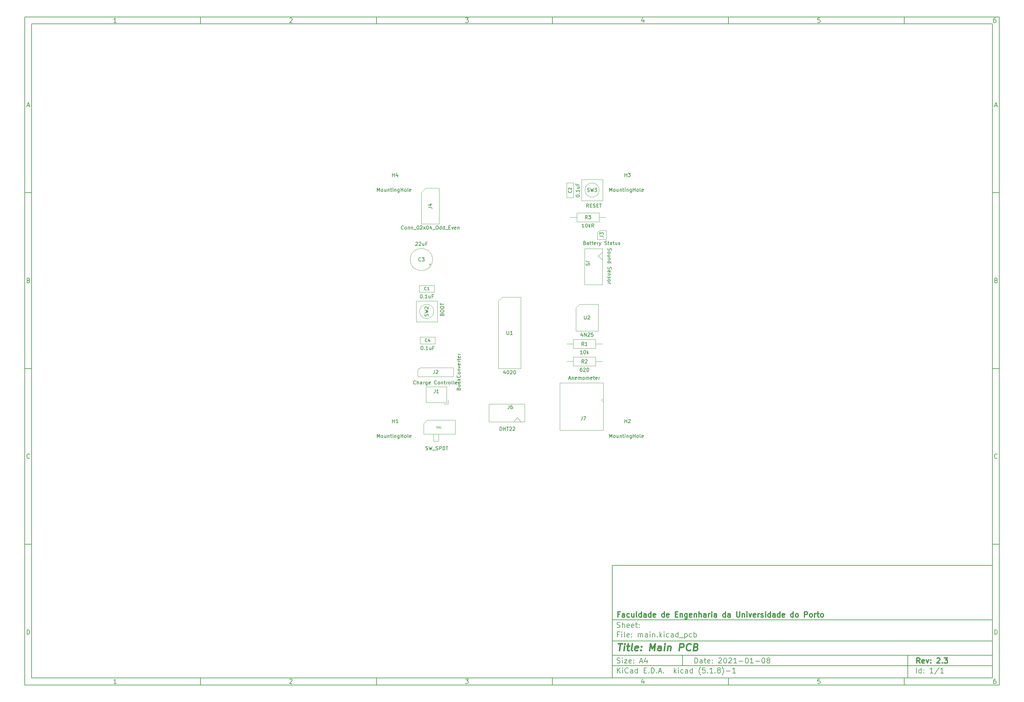
<source format=gbr>
%TF.GenerationSoftware,KiCad,Pcbnew,(5.1.8)-1*%
%TF.CreationDate,2021-01-08T10:56:16+00:00*%
%TF.ProjectId,main,6d61696e-2e6b-4696-9361-645f70636258,2.3*%
%TF.SameCoordinates,Original*%
%TF.FileFunction,Other,Fab,Top*%
%FSLAX46Y46*%
G04 Gerber Fmt 4.6, Leading zero omitted, Abs format (unit mm)*
G04 Created by KiCad (PCBNEW (5.1.8)-1) date 2021-01-08 10:56:16*
%MOMM*%
%LPD*%
G01*
G04 APERTURE LIST*
%ADD10C,0.100000*%
%ADD11C,0.150000*%
%ADD12C,0.300000*%
%ADD13C,0.400000*%
%ADD14C,0.129000*%
G04 APERTURE END LIST*
D10*
D11*
X177002200Y-166007200D02*
X177002200Y-198007200D01*
X285002200Y-198007200D01*
X285002200Y-166007200D01*
X177002200Y-166007200D01*
D10*
D11*
X10000000Y-10000000D02*
X10000000Y-200007200D01*
X287002200Y-200007200D01*
X287002200Y-10000000D01*
X10000000Y-10000000D01*
D10*
D11*
X12000000Y-12000000D02*
X12000000Y-198007200D01*
X285002200Y-198007200D01*
X285002200Y-12000000D01*
X12000000Y-12000000D01*
D10*
D11*
X60000000Y-12000000D02*
X60000000Y-10000000D01*
D10*
D11*
X110000000Y-12000000D02*
X110000000Y-10000000D01*
D10*
D11*
X160000000Y-12000000D02*
X160000000Y-10000000D01*
D10*
D11*
X210000000Y-12000000D02*
X210000000Y-10000000D01*
D10*
D11*
X260000000Y-12000000D02*
X260000000Y-10000000D01*
D10*
D11*
X36065476Y-11588095D02*
X35322619Y-11588095D01*
X35694047Y-11588095D02*
X35694047Y-10288095D01*
X35570238Y-10473809D01*
X35446428Y-10597619D01*
X35322619Y-10659523D01*
D10*
D11*
X85322619Y-10411904D02*
X85384523Y-10350000D01*
X85508333Y-10288095D01*
X85817857Y-10288095D01*
X85941666Y-10350000D01*
X86003571Y-10411904D01*
X86065476Y-10535714D01*
X86065476Y-10659523D01*
X86003571Y-10845238D01*
X85260714Y-11588095D01*
X86065476Y-11588095D01*
D10*
D11*
X135260714Y-10288095D02*
X136065476Y-10288095D01*
X135632142Y-10783333D01*
X135817857Y-10783333D01*
X135941666Y-10845238D01*
X136003571Y-10907142D01*
X136065476Y-11030952D01*
X136065476Y-11340476D01*
X136003571Y-11464285D01*
X135941666Y-11526190D01*
X135817857Y-11588095D01*
X135446428Y-11588095D01*
X135322619Y-11526190D01*
X135260714Y-11464285D01*
D10*
D11*
X185941666Y-10721428D02*
X185941666Y-11588095D01*
X185632142Y-10226190D02*
X185322619Y-11154761D01*
X186127380Y-11154761D01*
D10*
D11*
X236003571Y-10288095D02*
X235384523Y-10288095D01*
X235322619Y-10907142D01*
X235384523Y-10845238D01*
X235508333Y-10783333D01*
X235817857Y-10783333D01*
X235941666Y-10845238D01*
X236003571Y-10907142D01*
X236065476Y-11030952D01*
X236065476Y-11340476D01*
X236003571Y-11464285D01*
X235941666Y-11526190D01*
X235817857Y-11588095D01*
X235508333Y-11588095D01*
X235384523Y-11526190D01*
X235322619Y-11464285D01*
D10*
D11*
X285941666Y-10288095D02*
X285694047Y-10288095D01*
X285570238Y-10350000D01*
X285508333Y-10411904D01*
X285384523Y-10597619D01*
X285322619Y-10845238D01*
X285322619Y-11340476D01*
X285384523Y-11464285D01*
X285446428Y-11526190D01*
X285570238Y-11588095D01*
X285817857Y-11588095D01*
X285941666Y-11526190D01*
X286003571Y-11464285D01*
X286065476Y-11340476D01*
X286065476Y-11030952D01*
X286003571Y-10907142D01*
X285941666Y-10845238D01*
X285817857Y-10783333D01*
X285570238Y-10783333D01*
X285446428Y-10845238D01*
X285384523Y-10907142D01*
X285322619Y-11030952D01*
D10*
D11*
X60000000Y-198007200D02*
X60000000Y-200007200D01*
D10*
D11*
X110000000Y-198007200D02*
X110000000Y-200007200D01*
D10*
D11*
X160000000Y-198007200D02*
X160000000Y-200007200D01*
D10*
D11*
X210000000Y-198007200D02*
X210000000Y-200007200D01*
D10*
D11*
X260000000Y-198007200D02*
X260000000Y-200007200D01*
D10*
D11*
X36065476Y-199595295D02*
X35322619Y-199595295D01*
X35694047Y-199595295D02*
X35694047Y-198295295D01*
X35570238Y-198481009D01*
X35446428Y-198604819D01*
X35322619Y-198666723D01*
D10*
D11*
X85322619Y-198419104D02*
X85384523Y-198357200D01*
X85508333Y-198295295D01*
X85817857Y-198295295D01*
X85941666Y-198357200D01*
X86003571Y-198419104D01*
X86065476Y-198542914D01*
X86065476Y-198666723D01*
X86003571Y-198852438D01*
X85260714Y-199595295D01*
X86065476Y-199595295D01*
D10*
D11*
X135260714Y-198295295D02*
X136065476Y-198295295D01*
X135632142Y-198790533D01*
X135817857Y-198790533D01*
X135941666Y-198852438D01*
X136003571Y-198914342D01*
X136065476Y-199038152D01*
X136065476Y-199347676D01*
X136003571Y-199471485D01*
X135941666Y-199533390D01*
X135817857Y-199595295D01*
X135446428Y-199595295D01*
X135322619Y-199533390D01*
X135260714Y-199471485D01*
D10*
D11*
X185941666Y-198728628D02*
X185941666Y-199595295D01*
X185632142Y-198233390D02*
X185322619Y-199161961D01*
X186127380Y-199161961D01*
D10*
D11*
X236003571Y-198295295D02*
X235384523Y-198295295D01*
X235322619Y-198914342D01*
X235384523Y-198852438D01*
X235508333Y-198790533D01*
X235817857Y-198790533D01*
X235941666Y-198852438D01*
X236003571Y-198914342D01*
X236065476Y-199038152D01*
X236065476Y-199347676D01*
X236003571Y-199471485D01*
X235941666Y-199533390D01*
X235817857Y-199595295D01*
X235508333Y-199595295D01*
X235384523Y-199533390D01*
X235322619Y-199471485D01*
D10*
D11*
X285941666Y-198295295D02*
X285694047Y-198295295D01*
X285570238Y-198357200D01*
X285508333Y-198419104D01*
X285384523Y-198604819D01*
X285322619Y-198852438D01*
X285322619Y-199347676D01*
X285384523Y-199471485D01*
X285446428Y-199533390D01*
X285570238Y-199595295D01*
X285817857Y-199595295D01*
X285941666Y-199533390D01*
X286003571Y-199471485D01*
X286065476Y-199347676D01*
X286065476Y-199038152D01*
X286003571Y-198914342D01*
X285941666Y-198852438D01*
X285817857Y-198790533D01*
X285570238Y-198790533D01*
X285446428Y-198852438D01*
X285384523Y-198914342D01*
X285322619Y-199038152D01*
D10*
D11*
X10000000Y-60000000D02*
X12000000Y-60000000D01*
D10*
D11*
X10000000Y-110000000D02*
X12000000Y-110000000D01*
D10*
D11*
X10000000Y-160000000D02*
X12000000Y-160000000D01*
D10*
D11*
X10690476Y-35216666D02*
X11309523Y-35216666D01*
X10566666Y-35588095D02*
X11000000Y-34288095D01*
X11433333Y-35588095D01*
D10*
D11*
X11092857Y-84907142D02*
X11278571Y-84969047D01*
X11340476Y-85030952D01*
X11402380Y-85154761D01*
X11402380Y-85340476D01*
X11340476Y-85464285D01*
X11278571Y-85526190D01*
X11154761Y-85588095D01*
X10659523Y-85588095D01*
X10659523Y-84288095D01*
X11092857Y-84288095D01*
X11216666Y-84350000D01*
X11278571Y-84411904D01*
X11340476Y-84535714D01*
X11340476Y-84659523D01*
X11278571Y-84783333D01*
X11216666Y-84845238D01*
X11092857Y-84907142D01*
X10659523Y-84907142D01*
D10*
D11*
X11402380Y-135464285D02*
X11340476Y-135526190D01*
X11154761Y-135588095D01*
X11030952Y-135588095D01*
X10845238Y-135526190D01*
X10721428Y-135402380D01*
X10659523Y-135278571D01*
X10597619Y-135030952D01*
X10597619Y-134845238D01*
X10659523Y-134597619D01*
X10721428Y-134473809D01*
X10845238Y-134350000D01*
X11030952Y-134288095D01*
X11154761Y-134288095D01*
X11340476Y-134350000D01*
X11402380Y-134411904D01*
D10*
D11*
X10659523Y-185588095D02*
X10659523Y-184288095D01*
X10969047Y-184288095D01*
X11154761Y-184350000D01*
X11278571Y-184473809D01*
X11340476Y-184597619D01*
X11402380Y-184845238D01*
X11402380Y-185030952D01*
X11340476Y-185278571D01*
X11278571Y-185402380D01*
X11154761Y-185526190D01*
X10969047Y-185588095D01*
X10659523Y-185588095D01*
D10*
D11*
X287002200Y-60000000D02*
X285002200Y-60000000D01*
D10*
D11*
X287002200Y-110000000D02*
X285002200Y-110000000D01*
D10*
D11*
X287002200Y-160000000D02*
X285002200Y-160000000D01*
D10*
D11*
X285692676Y-35216666D02*
X286311723Y-35216666D01*
X285568866Y-35588095D02*
X286002200Y-34288095D01*
X286435533Y-35588095D01*
D10*
D11*
X286095057Y-84907142D02*
X286280771Y-84969047D01*
X286342676Y-85030952D01*
X286404580Y-85154761D01*
X286404580Y-85340476D01*
X286342676Y-85464285D01*
X286280771Y-85526190D01*
X286156961Y-85588095D01*
X285661723Y-85588095D01*
X285661723Y-84288095D01*
X286095057Y-84288095D01*
X286218866Y-84350000D01*
X286280771Y-84411904D01*
X286342676Y-84535714D01*
X286342676Y-84659523D01*
X286280771Y-84783333D01*
X286218866Y-84845238D01*
X286095057Y-84907142D01*
X285661723Y-84907142D01*
D10*
D11*
X286404580Y-135464285D02*
X286342676Y-135526190D01*
X286156961Y-135588095D01*
X286033152Y-135588095D01*
X285847438Y-135526190D01*
X285723628Y-135402380D01*
X285661723Y-135278571D01*
X285599819Y-135030952D01*
X285599819Y-134845238D01*
X285661723Y-134597619D01*
X285723628Y-134473809D01*
X285847438Y-134350000D01*
X286033152Y-134288095D01*
X286156961Y-134288095D01*
X286342676Y-134350000D01*
X286404580Y-134411904D01*
D10*
D11*
X285661723Y-185588095D02*
X285661723Y-184288095D01*
X285971247Y-184288095D01*
X286156961Y-184350000D01*
X286280771Y-184473809D01*
X286342676Y-184597619D01*
X286404580Y-184845238D01*
X286404580Y-185030952D01*
X286342676Y-185278571D01*
X286280771Y-185402380D01*
X286156961Y-185526190D01*
X285971247Y-185588095D01*
X285661723Y-185588095D01*
D10*
D11*
X200434342Y-193785771D02*
X200434342Y-192285771D01*
X200791485Y-192285771D01*
X201005771Y-192357200D01*
X201148628Y-192500057D01*
X201220057Y-192642914D01*
X201291485Y-192928628D01*
X201291485Y-193142914D01*
X201220057Y-193428628D01*
X201148628Y-193571485D01*
X201005771Y-193714342D01*
X200791485Y-193785771D01*
X200434342Y-193785771D01*
X202577200Y-193785771D02*
X202577200Y-193000057D01*
X202505771Y-192857200D01*
X202362914Y-192785771D01*
X202077200Y-192785771D01*
X201934342Y-192857200D01*
X202577200Y-193714342D02*
X202434342Y-193785771D01*
X202077200Y-193785771D01*
X201934342Y-193714342D01*
X201862914Y-193571485D01*
X201862914Y-193428628D01*
X201934342Y-193285771D01*
X202077200Y-193214342D01*
X202434342Y-193214342D01*
X202577200Y-193142914D01*
X203077200Y-192785771D02*
X203648628Y-192785771D01*
X203291485Y-192285771D02*
X203291485Y-193571485D01*
X203362914Y-193714342D01*
X203505771Y-193785771D01*
X203648628Y-193785771D01*
X204720057Y-193714342D02*
X204577200Y-193785771D01*
X204291485Y-193785771D01*
X204148628Y-193714342D01*
X204077200Y-193571485D01*
X204077200Y-193000057D01*
X204148628Y-192857200D01*
X204291485Y-192785771D01*
X204577200Y-192785771D01*
X204720057Y-192857200D01*
X204791485Y-193000057D01*
X204791485Y-193142914D01*
X204077200Y-193285771D01*
X205434342Y-193642914D02*
X205505771Y-193714342D01*
X205434342Y-193785771D01*
X205362914Y-193714342D01*
X205434342Y-193642914D01*
X205434342Y-193785771D01*
X205434342Y-192857200D02*
X205505771Y-192928628D01*
X205434342Y-193000057D01*
X205362914Y-192928628D01*
X205434342Y-192857200D01*
X205434342Y-193000057D01*
X207220057Y-192428628D02*
X207291485Y-192357200D01*
X207434342Y-192285771D01*
X207791485Y-192285771D01*
X207934342Y-192357200D01*
X208005771Y-192428628D01*
X208077200Y-192571485D01*
X208077200Y-192714342D01*
X208005771Y-192928628D01*
X207148628Y-193785771D01*
X208077200Y-193785771D01*
X209005771Y-192285771D02*
X209148628Y-192285771D01*
X209291485Y-192357200D01*
X209362914Y-192428628D01*
X209434342Y-192571485D01*
X209505771Y-192857200D01*
X209505771Y-193214342D01*
X209434342Y-193500057D01*
X209362914Y-193642914D01*
X209291485Y-193714342D01*
X209148628Y-193785771D01*
X209005771Y-193785771D01*
X208862914Y-193714342D01*
X208791485Y-193642914D01*
X208720057Y-193500057D01*
X208648628Y-193214342D01*
X208648628Y-192857200D01*
X208720057Y-192571485D01*
X208791485Y-192428628D01*
X208862914Y-192357200D01*
X209005771Y-192285771D01*
X210077200Y-192428628D02*
X210148628Y-192357200D01*
X210291485Y-192285771D01*
X210648628Y-192285771D01*
X210791485Y-192357200D01*
X210862914Y-192428628D01*
X210934342Y-192571485D01*
X210934342Y-192714342D01*
X210862914Y-192928628D01*
X210005771Y-193785771D01*
X210934342Y-193785771D01*
X212362914Y-193785771D02*
X211505771Y-193785771D01*
X211934342Y-193785771D02*
X211934342Y-192285771D01*
X211791485Y-192500057D01*
X211648628Y-192642914D01*
X211505771Y-192714342D01*
X213005771Y-193214342D02*
X214148628Y-193214342D01*
X215148628Y-192285771D02*
X215291485Y-192285771D01*
X215434342Y-192357200D01*
X215505771Y-192428628D01*
X215577200Y-192571485D01*
X215648628Y-192857200D01*
X215648628Y-193214342D01*
X215577200Y-193500057D01*
X215505771Y-193642914D01*
X215434342Y-193714342D01*
X215291485Y-193785771D01*
X215148628Y-193785771D01*
X215005771Y-193714342D01*
X214934342Y-193642914D01*
X214862914Y-193500057D01*
X214791485Y-193214342D01*
X214791485Y-192857200D01*
X214862914Y-192571485D01*
X214934342Y-192428628D01*
X215005771Y-192357200D01*
X215148628Y-192285771D01*
X217077200Y-193785771D02*
X216220057Y-193785771D01*
X216648628Y-193785771D02*
X216648628Y-192285771D01*
X216505771Y-192500057D01*
X216362914Y-192642914D01*
X216220057Y-192714342D01*
X217720057Y-193214342D02*
X218862914Y-193214342D01*
X219862914Y-192285771D02*
X220005771Y-192285771D01*
X220148628Y-192357200D01*
X220220057Y-192428628D01*
X220291485Y-192571485D01*
X220362914Y-192857200D01*
X220362914Y-193214342D01*
X220291485Y-193500057D01*
X220220057Y-193642914D01*
X220148628Y-193714342D01*
X220005771Y-193785771D01*
X219862914Y-193785771D01*
X219720057Y-193714342D01*
X219648628Y-193642914D01*
X219577200Y-193500057D01*
X219505771Y-193214342D01*
X219505771Y-192857200D01*
X219577200Y-192571485D01*
X219648628Y-192428628D01*
X219720057Y-192357200D01*
X219862914Y-192285771D01*
X221220057Y-192928628D02*
X221077200Y-192857200D01*
X221005771Y-192785771D01*
X220934342Y-192642914D01*
X220934342Y-192571485D01*
X221005771Y-192428628D01*
X221077200Y-192357200D01*
X221220057Y-192285771D01*
X221505771Y-192285771D01*
X221648628Y-192357200D01*
X221720057Y-192428628D01*
X221791485Y-192571485D01*
X221791485Y-192642914D01*
X221720057Y-192785771D01*
X221648628Y-192857200D01*
X221505771Y-192928628D01*
X221220057Y-192928628D01*
X221077200Y-193000057D01*
X221005771Y-193071485D01*
X220934342Y-193214342D01*
X220934342Y-193500057D01*
X221005771Y-193642914D01*
X221077200Y-193714342D01*
X221220057Y-193785771D01*
X221505771Y-193785771D01*
X221648628Y-193714342D01*
X221720057Y-193642914D01*
X221791485Y-193500057D01*
X221791485Y-193214342D01*
X221720057Y-193071485D01*
X221648628Y-193000057D01*
X221505771Y-192928628D01*
D10*
D11*
X177002200Y-194507200D02*
X285002200Y-194507200D01*
D10*
D11*
X178434342Y-196585771D02*
X178434342Y-195085771D01*
X179291485Y-196585771D02*
X178648628Y-195728628D01*
X179291485Y-195085771D02*
X178434342Y-195942914D01*
X179934342Y-196585771D02*
X179934342Y-195585771D01*
X179934342Y-195085771D02*
X179862914Y-195157200D01*
X179934342Y-195228628D01*
X180005771Y-195157200D01*
X179934342Y-195085771D01*
X179934342Y-195228628D01*
X181505771Y-196442914D02*
X181434342Y-196514342D01*
X181220057Y-196585771D01*
X181077200Y-196585771D01*
X180862914Y-196514342D01*
X180720057Y-196371485D01*
X180648628Y-196228628D01*
X180577200Y-195942914D01*
X180577200Y-195728628D01*
X180648628Y-195442914D01*
X180720057Y-195300057D01*
X180862914Y-195157200D01*
X181077200Y-195085771D01*
X181220057Y-195085771D01*
X181434342Y-195157200D01*
X181505771Y-195228628D01*
X182791485Y-196585771D02*
X182791485Y-195800057D01*
X182720057Y-195657200D01*
X182577200Y-195585771D01*
X182291485Y-195585771D01*
X182148628Y-195657200D01*
X182791485Y-196514342D02*
X182648628Y-196585771D01*
X182291485Y-196585771D01*
X182148628Y-196514342D01*
X182077200Y-196371485D01*
X182077200Y-196228628D01*
X182148628Y-196085771D01*
X182291485Y-196014342D01*
X182648628Y-196014342D01*
X182791485Y-195942914D01*
X184148628Y-196585771D02*
X184148628Y-195085771D01*
X184148628Y-196514342D02*
X184005771Y-196585771D01*
X183720057Y-196585771D01*
X183577200Y-196514342D01*
X183505771Y-196442914D01*
X183434342Y-196300057D01*
X183434342Y-195871485D01*
X183505771Y-195728628D01*
X183577200Y-195657200D01*
X183720057Y-195585771D01*
X184005771Y-195585771D01*
X184148628Y-195657200D01*
X186005771Y-195800057D02*
X186505771Y-195800057D01*
X186720057Y-196585771D02*
X186005771Y-196585771D01*
X186005771Y-195085771D01*
X186720057Y-195085771D01*
X187362914Y-196442914D02*
X187434342Y-196514342D01*
X187362914Y-196585771D01*
X187291485Y-196514342D01*
X187362914Y-196442914D01*
X187362914Y-196585771D01*
X188077200Y-196585771D02*
X188077200Y-195085771D01*
X188434342Y-195085771D01*
X188648628Y-195157200D01*
X188791485Y-195300057D01*
X188862914Y-195442914D01*
X188934342Y-195728628D01*
X188934342Y-195942914D01*
X188862914Y-196228628D01*
X188791485Y-196371485D01*
X188648628Y-196514342D01*
X188434342Y-196585771D01*
X188077200Y-196585771D01*
X189577200Y-196442914D02*
X189648628Y-196514342D01*
X189577200Y-196585771D01*
X189505771Y-196514342D01*
X189577200Y-196442914D01*
X189577200Y-196585771D01*
X190220057Y-196157200D02*
X190934342Y-196157200D01*
X190077200Y-196585771D02*
X190577200Y-195085771D01*
X191077200Y-196585771D01*
X191577200Y-196442914D02*
X191648628Y-196514342D01*
X191577200Y-196585771D01*
X191505771Y-196514342D01*
X191577200Y-196442914D01*
X191577200Y-196585771D01*
X194577200Y-196585771D02*
X194577200Y-195085771D01*
X194720057Y-196014342D02*
X195148628Y-196585771D01*
X195148628Y-195585771D02*
X194577200Y-196157200D01*
X195791485Y-196585771D02*
X195791485Y-195585771D01*
X195791485Y-195085771D02*
X195720057Y-195157200D01*
X195791485Y-195228628D01*
X195862914Y-195157200D01*
X195791485Y-195085771D01*
X195791485Y-195228628D01*
X197148628Y-196514342D02*
X197005771Y-196585771D01*
X196720057Y-196585771D01*
X196577200Y-196514342D01*
X196505771Y-196442914D01*
X196434342Y-196300057D01*
X196434342Y-195871485D01*
X196505771Y-195728628D01*
X196577200Y-195657200D01*
X196720057Y-195585771D01*
X197005771Y-195585771D01*
X197148628Y-195657200D01*
X198434342Y-196585771D02*
X198434342Y-195800057D01*
X198362914Y-195657200D01*
X198220057Y-195585771D01*
X197934342Y-195585771D01*
X197791485Y-195657200D01*
X198434342Y-196514342D02*
X198291485Y-196585771D01*
X197934342Y-196585771D01*
X197791485Y-196514342D01*
X197720057Y-196371485D01*
X197720057Y-196228628D01*
X197791485Y-196085771D01*
X197934342Y-196014342D01*
X198291485Y-196014342D01*
X198434342Y-195942914D01*
X199791485Y-196585771D02*
X199791485Y-195085771D01*
X199791485Y-196514342D02*
X199648628Y-196585771D01*
X199362914Y-196585771D01*
X199220057Y-196514342D01*
X199148628Y-196442914D01*
X199077200Y-196300057D01*
X199077200Y-195871485D01*
X199148628Y-195728628D01*
X199220057Y-195657200D01*
X199362914Y-195585771D01*
X199648628Y-195585771D01*
X199791485Y-195657200D01*
X202077200Y-197157200D02*
X202005771Y-197085771D01*
X201862914Y-196871485D01*
X201791485Y-196728628D01*
X201720057Y-196514342D01*
X201648628Y-196157200D01*
X201648628Y-195871485D01*
X201720057Y-195514342D01*
X201791485Y-195300057D01*
X201862914Y-195157200D01*
X202005771Y-194942914D01*
X202077200Y-194871485D01*
X203362914Y-195085771D02*
X202648628Y-195085771D01*
X202577200Y-195800057D01*
X202648628Y-195728628D01*
X202791485Y-195657200D01*
X203148628Y-195657200D01*
X203291485Y-195728628D01*
X203362914Y-195800057D01*
X203434342Y-195942914D01*
X203434342Y-196300057D01*
X203362914Y-196442914D01*
X203291485Y-196514342D01*
X203148628Y-196585771D01*
X202791485Y-196585771D01*
X202648628Y-196514342D01*
X202577200Y-196442914D01*
X204077200Y-196442914D02*
X204148628Y-196514342D01*
X204077200Y-196585771D01*
X204005771Y-196514342D01*
X204077200Y-196442914D01*
X204077200Y-196585771D01*
X205577200Y-196585771D02*
X204720057Y-196585771D01*
X205148628Y-196585771D02*
X205148628Y-195085771D01*
X205005771Y-195300057D01*
X204862914Y-195442914D01*
X204720057Y-195514342D01*
X206220057Y-196442914D02*
X206291485Y-196514342D01*
X206220057Y-196585771D01*
X206148628Y-196514342D01*
X206220057Y-196442914D01*
X206220057Y-196585771D01*
X207148628Y-195728628D02*
X207005771Y-195657200D01*
X206934342Y-195585771D01*
X206862914Y-195442914D01*
X206862914Y-195371485D01*
X206934342Y-195228628D01*
X207005771Y-195157200D01*
X207148628Y-195085771D01*
X207434342Y-195085771D01*
X207577200Y-195157200D01*
X207648628Y-195228628D01*
X207720057Y-195371485D01*
X207720057Y-195442914D01*
X207648628Y-195585771D01*
X207577200Y-195657200D01*
X207434342Y-195728628D01*
X207148628Y-195728628D01*
X207005771Y-195800057D01*
X206934342Y-195871485D01*
X206862914Y-196014342D01*
X206862914Y-196300057D01*
X206934342Y-196442914D01*
X207005771Y-196514342D01*
X207148628Y-196585771D01*
X207434342Y-196585771D01*
X207577200Y-196514342D01*
X207648628Y-196442914D01*
X207720057Y-196300057D01*
X207720057Y-196014342D01*
X207648628Y-195871485D01*
X207577200Y-195800057D01*
X207434342Y-195728628D01*
X208220057Y-197157200D02*
X208291485Y-197085771D01*
X208434342Y-196871485D01*
X208505771Y-196728628D01*
X208577200Y-196514342D01*
X208648628Y-196157200D01*
X208648628Y-195871485D01*
X208577200Y-195514342D01*
X208505771Y-195300057D01*
X208434342Y-195157200D01*
X208291485Y-194942914D01*
X208220057Y-194871485D01*
X209362914Y-196014342D02*
X210505771Y-196014342D01*
X212005771Y-196585771D02*
X211148628Y-196585771D01*
X211577200Y-196585771D02*
X211577200Y-195085771D01*
X211434342Y-195300057D01*
X211291485Y-195442914D01*
X211148628Y-195514342D01*
D10*
D11*
X177002200Y-191507200D02*
X285002200Y-191507200D01*
D10*
D12*
X264411485Y-193785771D02*
X263911485Y-193071485D01*
X263554342Y-193785771D02*
X263554342Y-192285771D01*
X264125771Y-192285771D01*
X264268628Y-192357200D01*
X264340057Y-192428628D01*
X264411485Y-192571485D01*
X264411485Y-192785771D01*
X264340057Y-192928628D01*
X264268628Y-193000057D01*
X264125771Y-193071485D01*
X263554342Y-193071485D01*
X265625771Y-193714342D02*
X265482914Y-193785771D01*
X265197200Y-193785771D01*
X265054342Y-193714342D01*
X264982914Y-193571485D01*
X264982914Y-193000057D01*
X265054342Y-192857200D01*
X265197200Y-192785771D01*
X265482914Y-192785771D01*
X265625771Y-192857200D01*
X265697200Y-193000057D01*
X265697200Y-193142914D01*
X264982914Y-193285771D01*
X266197200Y-192785771D02*
X266554342Y-193785771D01*
X266911485Y-192785771D01*
X267482914Y-193642914D02*
X267554342Y-193714342D01*
X267482914Y-193785771D01*
X267411485Y-193714342D01*
X267482914Y-193642914D01*
X267482914Y-193785771D01*
X267482914Y-192857200D02*
X267554342Y-192928628D01*
X267482914Y-193000057D01*
X267411485Y-192928628D01*
X267482914Y-192857200D01*
X267482914Y-193000057D01*
X269268628Y-192428628D02*
X269340057Y-192357200D01*
X269482914Y-192285771D01*
X269840057Y-192285771D01*
X269982914Y-192357200D01*
X270054342Y-192428628D01*
X270125771Y-192571485D01*
X270125771Y-192714342D01*
X270054342Y-192928628D01*
X269197200Y-193785771D01*
X270125771Y-193785771D01*
X270768628Y-193642914D02*
X270840057Y-193714342D01*
X270768628Y-193785771D01*
X270697200Y-193714342D01*
X270768628Y-193642914D01*
X270768628Y-193785771D01*
X271340057Y-192285771D02*
X272268628Y-192285771D01*
X271768628Y-192857200D01*
X271982914Y-192857200D01*
X272125771Y-192928628D01*
X272197200Y-193000057D01*
X272268628Y-193142914D01*
X272268628Y-193500057D01*
X272197200Y-193642914D01*
X272125771Y-193714342D01*
X271982914Y-193785771D01*
X271554342Y-193785771D01*
X271411485Y-193714342D01*
X271340057Y-193642914D01*
D10*
D11*
X178362914Y-193714342D02*
X178577200Y-193785771D01*
X178934342Y-193785771D01*
X179077200Y-193714342D01*
X179148628Y-193642914D01*
X179220057Y-193500057D01*
X179220057Y-193357200D01*
X179148628Y-193214342D01*
X179077200Y-193142914D01*
X178934342Y-193071485D01*
X178648628Y-193000057D01*
X178505771Y-192928628D01*
X178434342Y-192857200D01*
X178362914Y-192714342D01*
X178362914Y-192571485D01*
X178434342Y-192428628D01*
X178505771Y-192357200D01*
X178648628Y-192285771D01*
X179005771Y-192285771D01*
X179220057Y-192357200D01*
X179862914Y-193785771D02*
X179862914Y-192785771D01*
X179862914Y-192285771D02*
X179791485Y-192357200D01*
X179862914Y-192428628D01*
X179934342Y-192357200D01*
X179862914Y-192285771D01*
X179862914Y-192428628D01*
X180434342Y-192785771D02*
X181220057Y-192785771D01*
X180434342Y-193785771D01*
X181220057Y-193785771D01*
X182362914Y-193714342D02*
X182220057Y-193785771D01*
X181934342Y-193785771D01*
X181791485Y-193714342D01*
X181720057Y-193571485D01*
X181720057Y-193000057D01*
X181791485Y-192857200D01*
X181934342Y-192785771D01*
X182220057Y-192785771D01*
X182362914Y-192857200D01*
X182434342Y-193000057D01*
X182434342Y-193142914D01*
X181720057Y-193285771D01*
X183077200Y-193642914D02*
X183148628Y-193714342D01*
X183077200Y-193785771D01*
X183005771Y-193714342D01*
X183077200Y-193642914D01*
X183077200Y-193785771D01*
X183077200Y-192857200D02*
X183148628Y-192928628D01*
X183077200Y-193000057D01*
X183005771Y-192928628D01*
X183077200Y-192857200D01*
X183077200Y-193000057D01*
X184862914Y-193357200D02*
X185577200Y-193357200D01*
X184720057Y-193785771D02*
X185220057Y-192285771D01*
X185720057Y-193785771D01*
X186862914Y-192785771D02*
X186862914Y-193785771D01*
X186505771Y-192214342D02*
X186148628Y-193285771D01*
X187077200Y-193285771D01*
D10*
D11*
X263434342Y-196585771D02*
X263434342Y-195085771D01*
X264791485Y-196585771D02*
X264791485Y-195085771D01*
X264791485Y-196514342D02*
X264648628Y-196585771D01*
X264362914Y-196585771D01*
X264220057Y-196514342D01*
X264148628Y-196442914D01*
X264077200Y-196300057D01*
X264077200Y-195871485D01*
X264148628Y-195728628D01*
X264220057Y-195657200D01*
X264362914Y-195585771D01*
X264648628Y-195585771D01*
X264791485Y-195657200D01*
X265505771Y-196442914D02*
X265577200Y-196514342D01*
X265505771Y-196585771D01*
X265434342Y-196514342D01*
X265505771Y-196442914D01*
X265505771Y-196585771D01*
X265505771Y-195657200D02*
X265577200Y-195728628D01*
X265505771Y-195800057D01*
X265434342Y-195728628D01*
X265505771Y-195657200D01*
X265505771Y-195800057D01*
X268148628Y-196585771D02*
X267291485Y-196585771D01*
X267720057Y-196585771D02*
X267720057Y-195085771D01*
X267577200Y-195300057D01*
X267434342Y-195442914D01*
X267291485Y-195514342D01*
X269862914Y-195014342D02*
X268577200Y-196942914D01*
X271148628Y-196585771D02*
X270291485Y-196585771D01*
X270720057Y-196585771D02*
X270720057Y-195085771D01*
X270577200Y-195300057D01*
X270434342Y-195442914D01*
X270291485Y-195514342D01*
D10*
D11*
X177002200Y-187507200D02*
X285002200Y-187507200D01*
D10*
D13*
X178714580Y-188211961D02*
X179857438Y-188211961D01*
X179036009Y-190211961D02*
X179286009Y-188211961D01*
X180274104Y-190211961D02*
X180440771Y-188878628D01*
X180524104Y-188211961D02*
X180416961Y-188307200D01*
X180500295Y-188402438D01*
X180607438Y-188307200D01*
X180524104Y-188211961D01*
X180500295Y-188402438D01*
X181107438Y-188878628D02*
X181869342Y-188878628D01*
X181476485Y-188211961D02*
X181262200Y-189926247D01*
X181333628Y-190116723D01*
X181512200Y-190211961D01*
X181702676Y-190211961D01*
X182655057Y-190211961D02*
X182476485Y-190116723D01*
X182405057Y-189926247D01*
X182619342Y-188211961D01*
X184190771Y-190116723D02*
X183988390Y-190211961D01*
X183607438Y-190211961D01*
X183428866Y-190116723D01*
X183357438Y-189926247D01*
X183452676Y-189164342D01*
X183571723Y-188973866D01*
X183774104Y-188878628D01*
X184155057Y-188878628D01*
X184333628Y-188973866D01*
X184405057Y-189164342D01*
X184381247Y-189354819D01*
X183405057Y-189545295D01*
X185155057Y-190021485D02*
X185238390Y-190116723D01*
X185131247Y-190211961D01*
X185047914Y-190116723D01*
X185155057Y-190021485D01*
X185131247Y-190211961D01*
X185286009Y-188973866D02*
X185369342Y-189069104D01*
X185262200Y-189164342D01*
X185178866Y-189069104D01*
X185286009Y-188973866D01*
X185262200Y-189164342D01*
X187607438Y-190211961D02*
X187857438Y-188211961D01*
X188345533Y-189640533D01*
X189190771Y-188211961D01*
X188940771Y-190211961D01*
X190750295Y-190211961D02*
X190881247Y-189164342D01*
X190809819Y-188973866D01*
X190631247Y-188878628D01*
X190250295Y-188878628D01*
X190047914Y-188973866D01*
X190762200Y-190116723D02*
X190559819Y-190211961D01*
X190083628Y-190211961D01*
X189905057Y-190116723D01*
X189833628Y-189926247D01*
X189857438Y-189735771D01*
X189976485Y-189545295D01*
X190178866Y-189450057D01*
X190655057Y-189450057D01*
X190857438Y-189354819D01*
X191702676Y-190211961D02*
X191869342Y-188878628D01*
X191952676Y-188211961D02*
X191845533Y-188307200D01*
X191928866Y-188402438D01*
X192036009Y-188307200D01*
X191952676Y-188211961D01*
X191928866Y-188402438D01*
X192821723Y-188878628D02*
X192655057Y-190211961D01*
X192797914Y-189069104D02*
X192905057Y-188973866D01*
X193107438Y-188878628D01*
X193393152Y-188878628D01*
X193571723Y-188973866D01*
X193643152Y-189164342D01*
X193512200Y-190211961D01*
X195988390Y-190211961D02*
X196238390Y-188211961D01*
X197000295Y-188211961D01*
X197178866Y-188307200D01*
X197262200Y-188402438D01*
X197333628Y-188592914D01*
X197297914Y-188878628D01*
X197178866Y-189069104D01*
X197071723Y-189164342D01*
X196869342Y-189259580D01*
X196107438Y-189259580D01*
X199155057Y-190021485D02*
X199047914Y-190116723D01*
X198750295Y-190211961D01*
X198559819Y-190211961D01*
X198286009Y-190116723D01*
X198119342Y-189926247D01*
X198047914Y-189735771D01*
X198000295Y-189354819D01*
X198036009Y-189069104D01*
X198178866Y-188688152D01*
X198297914Y-188497676D01*
X198512200Y-188307200D01*
X198809819Y-188211961D01*
X199000295Y-188211961D01*
X199274104Y-188307200D01*
X199357438Y-188402438D01*
X200786009Y-189164342D02*
X201059819Y-189259580D01*
X201143152Y-189354819D01*
X201214580Y-189545295D01*
X201178866Y-189831009D01*
X201059819Y-190021485D01*
X200952676Y-190116723D01*
X200750295Y-190211961D01*
X199988390Y-190211961D01*
X200238390Y-188211961D01*
X200905057Y-188211961D01*
X201083628Y-188307200D01*
X201166961Y-188402438D01*
X201238390Y-188592914D01*
X201214580Y-188783390D01*
X201095533Y-188973866D01*
X200988390Y-189069104D01*
X200786009Y-189164342D01*
X200119342Y-189164342D01*
D10*
D11*
X178934342Y-185600057D02*
X178434342Y-185600057D01*
X178434342Y-186385771D02*
X178434342Y-184885771D01*
X179148628Y-184885771D01*
X179720057Y-186385771D02*
X179720057Y-185385771D01*
X179720057Y-184885771D02*
X179648628Y-184957200D01*
X179720057Y-185028628D01*
X179791485Y-184957200D01*
X179720057Y-184885771D01*
X179720057Y-185028628D01*
X180648628Y-186385771D02*
X180505771Y-186314342D01*
X180434342Y-186171485D01*
X180434342Y-184885771D01*
X181791485Y-186314342D02*
X181648628Y-186385771D01*
X181362914Y-186385771D01*
X181220057Y-186314342D01*
X181148628Y-186171485D01*
X181148628Y-185600057D01*
X181220057Y-185457200D01*
X181362914Y-185385771D01*
X181648628Y-185385771D01*
X181791485Y-185457200D01*
X181862914Y-185600057D01*
X181862914Y-185742914D01*
X181148628Y-185885771D01*
X182505771Y-186242914D02*
X182577200Y-186314342D01*
X182505771Y-186385771D01*
X182434342Y-186314342D01*
X182505771Y-186242914D01*
X182505771Y-186385771D01*
X182505771Y-185457200D02*
X182577200Y-185528628D01*
X182505771Y-185600057D01*
X182434342Y-185528628D01*
X182505771Y-185457200D01*
X182505771Y-185600057D01*
X184362914Y-186385771D02*
X184362914Y-185385771D01*
X184362914Y-185528628D02*
X184434342Y-185457200D01*
X184577200Y-185385771D01*
X184791485Y-185385771D01*
X184934342Y-185457200D01*
X185005771Y-185600057D01*
X185005771Y-186385771D01*
X185005771Y-185600057D02*
X185077200Y-185457200D01*
X185220057Y-185385771D01*
X185434342Y-185385771D01*
X185577200Y-185457200D01*
X185648628Y-185600057D01*
X185648628Y-186385771D01*
X187005771Y-186385771D02*
X187005771Y-185600057D01*
X186934342Y-185457200D01*
X186791485Y-185385771D01*
X186505771Y-185385771D01*
X186362914Y-185457200D01*
X187005771Y-186314342D02*
X186862914Y-186385771D01*
X186505771Y-186385771D01*
X186362914Y-186314342D01*
X186291485Y-186171485D01*
X186291485Y-186028628D01*
X186362914Y-185885771D01*
X186505771Y-185814342D01*
X186862914Y-185814342D01*
X187005771Y-185742914D01*
X187720057Y-186385771D02*
X187720057Y-185385771D01*
X187720057Y-184885771D02*
X187648628Y-184957200D01*
X187720057Y-185028628D01*
X187791485Y-184957200D01*
X187720057Y-184885771D01*
X187720057Y-185028628D01*
X188434342Y-185385771D02*
X188434342Y-186385771D01*
X188434342Y-185528628D02*
X188505771Y-185457200D01*
X188648628Y-185385771D01*
X188862914Y-185385771D01*
X189005771Y-185457200D01*
X189077200Y-185600057D01*
X189077200Y-186385771D01*
X189791485Y-186242914D02*
X189862914Y-186314342D01*
X189791485Y-186385771D01*
X189720057Y-186314342D01*
X189791485Y-186242914D01*
X189791485Y-186385771D01*
X190505771Y-186385771D02*
X190505771Y-184885771D01*
X190648628Y-185814342D02*
X191077200Y-186385771D01*
X191077200Y-185385771D02*
X190505771Y-185957200D01*
X191720057Y-186385771D02*
X191720057Y-185385771D01*
X191720057Y-184885771D02*
X191648628Y-184957200D01*
X191720057Y-185028628D01*
X191791485Y-184957200D01*
X191720057Y-184885771D01*
X191720057Y-185028628D01*
X193077200Y-186314342D02*
X192934342Y-186385771D01*
X192648628Y-186385771D01*
X192505771Y-186314342D01*
X192434342Y-186242914D01*
X192362914Y-186100057D01*
X192362914Y-185671485D01*
X192434342Y-185528628D01*
X192505771Y-185457200D01*
X192648628Y-185385771D01*
X192934342Y-185385771D01*
X193077200Y-185457200D01*
X194362914Y-186385771D02*
X194362914Y-185600057D01*
X194291485Y-185457200D01*
X194148628Y-185385771D01*
X193862914Y-185385771D01*
X193720057Y-185457200D01*
X194362914Y-186314342D02*
X194220057Y-186385771D01*
X193862914Y-186385771D01*
X193720057Y-186314342D01*
X193648628Y-186171485D01*
X193648628Y-186028628D01*
X193720057Y-185885771D01*
X193862914Y-185814342D01*
X194220057Y-185814342D01*
X194362914Y-185742914D01*
X195720057Y-186385771D02*
X195720057Y-184885771D01*
X195720057Y-186314342D02*
X195577200Y-186385771D01*
X195291485Y-186385771D01*
X195148628Y-186314342D01*
X195077200Y-186242914D01*
X195005771Y-186100057D01*
X195005771Y-185671485D01*
X195077200Y-185528628D01*
X195148628Y-185457200D01*
X195291485Y-185385771D01*
X195577200Y-185385771D01*
X195720057Y-185457200D01*
X196077200Y-186528628D02*
X197220057Y-186528628D01*
X197577200Y-185385771D02*
X197577200Y-186885771D01*
X197577200Y-185457200D02*
X197720057Y-185385771D01*
X198005771Y-185385771D01*
X198148628Y-185457200D01*
X198220057Y-185528628D01*
X198291485Y-185671485D01*
X198291485Y-186100057D01*
X198220057Y-186242914D01*
X198148628Y-186314342D01*
X198005771Y-186385771D01*
X197720057Y-186385771D01*
X197577200Y-186314342D01*
X199577200Y-186314342D02*
X199434342Y-186385771D01*
X199148628Y-186385771D01*
X199005771Y-186314342D01*
X198934342Y-186242914D01*
X198862914Y-186100057D01*
X198862914Y-185671485D01*
X198934342Y-185528628D01*
X199005771Y-185457200D01*
X199148628Y-185385771D01*
X199434342Y-185385771D01*
X199577200Y-185457200D01*
X200220057Y-186385771D02*
X200220057Y-184885771D01*
X200220057Y-185457200D02*
X200362914Y-185385771D01*
X200648628Y-185385771D01*
X200791485Y-185457200D01*
X200862914Y-185528628D01*
X200934342Y-185671485D01*
X200934342Y-186100057D01*
X200862914Y-186242914D01*
X200791485Y-186314342D01*
X200648628Y-186385771D01*
X200362914Y-186385771D01*
X200220057Y-186314342D01*
D10*
D11*
X177002200Y-181507200D02*
X285002200Y-181507200D01*
D10*
D11*
X178362914Y-183614342D02*
X178577200Y-183685771D01*
X178934342Y-183685771D01*
X179077200Y-183614342D01*
X179148628Y-183542914D01*
X179220057Y-183400057D01*
X179220057Y-183257200D01*
X179148628Y-183114342D01*
X179077200Y-183042914D01*
X178934342Y-182971485D01*
X178648628Y-182900057D01*
X178505771Y-182828628D01*
X178434342Y-182757200D01*
X178362914Y-182614342D01*
X178362914Y-182471485D01*
X178434342Y-182328628D01*
X178505771Y-182257200D01*
X178648628Y-182185771D01*
X179005771Y-182185771D01*
X179220057Y-182257200D01*
X179862914Y-183685771D02*
X179862914Y-182185771D01*
X180505771Y-183685771D02*
X180505771Y-182900057D01*
X180434342Y-182757200D01*
X180291485Y-182685771D01*
X180077200Y-182685771D01*
X179934342Y-182757200D01*
X179862914Y-182828628D01*
X181791485Y-183614342D02*
X181648628Y-183685771D01*
X181362914Y-183685771D01*
X181220057Y-183614342D01*
X181148628Y-183471485D01*
X181148628Y-182900057D01*
X181220057Y-182757200D01*
X181362914Y-182685771D01*
X181648628Y-182685771D01*
X181791485Y-182757200D01*
X181862914Y-182900057D01*
X181862914Y-183042914D01*
X181148628Y-183185771D01*
X183077200Y-183614342D02*
X182934342Y-183685771D01*
X182648628Y-183685771D01*
X182505771Y-183614342D01*
X182434342Y-183471485D01*
X182434342Y-182900057D01*
X182505771Y-182757200D01*
X182648628Y-182685771D01*
X182934342Y-182685771D01*
X183077200Y-182757200D01*
X183148628Y-182900057D01*
X183148628Y-183042914D01*
X182434342Y-183185771D01*
X183577200Y-182685771D02*
X184148628Y-182685771D01*
X183791485Y-182185771D02*
X183791485Y-183471485D01*
X183862914Y-183614342D01*
X184005771Y-183685771D01*
X184148628Y-183685771D01*
X184648628Y-183542914D02*
X184720057Y-183614342D01*
X184648628Y-183685771D01*
X184577200Y-183614342D01*
X184648628Y-183542914D01*
X184648628Y-183685771D01*
X184648628Y-182757200D02*
X184720057Y-182828628D01*
X184648628Y-182900057D01*
X184577200Y-182828628D01*
X184648628Y-182757200D01*
X184648628Y-182900057D01*
D10*
D12*
X179054342Y-179900057D02*
X178554342Y-179900057D01*
X178554342Y-180685771D02*
X178554342Y-179185771D01*
X179268628Y-179185771D01*
X180482914Y-180685771D02*
X180482914Y-179900057D01*
X180411485Y-179757200D01*
X180268628Y-179685771D01*
X179982914Y-179685771D01*
X179840057Y-179757200D01*
X180482914Y-180614342D02*
X180340057Y-180685771D01*
X179982914Y-180685771D01*
X179840057Y-180614342D01*
X179768628Y-180471485D01*
X179768628Y-180328628D01*
X179840057Y-180185771D01*
X179982914Y-180114342D01*
X180340057Y-180114342D01*
X180482914Y-180042914D01*
X181840057Y-180614342D02*
X181697200Y-180685771D01*
X181411485Y-180685771D01*
X181268628Y-180614342D01*
X181197200Y-180542914D01*
X181125771Y-180400057D01*
X181125771Y-179971485D01*
X181197200Y-179828628D01*
X181268628Y-179757200D01*
X181411485Y-179685771D01*
X181697200Y-179685771D01*
X181840057Y-179757200D01*
X183125771Y-179685771D02*
X183125771Y-180685771D01*
X182482914Y-179685771D02*
X182482914Y-180471485D01*
X182554342Y-180614342D01*
X182697200Y-180685771D01*
X182911485Y-180685771D01*
X183054342Y-180614342D01*
X183125771Y-180542914D01*
X184054342Y-180685771D02*
X183911485Y-180614342D01*
X183840057Y-180471485D01*
X183840057Y-179185771D01*
X185268628Y-180685771D02*
X185268628Y-179185771D01*
X185268628Y-180614342D02*
X185125771Y-180685771D01*
X184840057Y-180685771D01*
X184697200Y-180614342D01*
X184625771Y-180542914D01*
X184554342Y-180400057D01*
X184554342Y-179971485D01*
X184625771Y-179828628D01*
X184697200Y-179757200D01*
X184840057Y-179685771D01*
X185125771Y-179685771D01*
X185268628Y-179757200D01*
X186625771Y-180685771D02*
X186625771Y-179900057D01*
X186554342Y-179757200D01*
X186411485Y-179685771D01*
X186125771Y-179685771D01*
X185982914Y-179757200D01*
X186625771Y-180614342D02*
X186482914Y-180685771D01*
X186125771Y-180685771D01*
X185982914Y-180614342D01*
X185911485Y-180471485D01*
X185911485Y-180328628D01*
X185982914Y-180185771D01*
X186125771Y-180114342D01*
X186482914Y-180114342D01*
X186625771Y-180042914D01*
X187982914Y-180685771D02*
X187982914Y-179185771D01*
X187982914Y-180614342D02*
X187840057Y-180685771D01*
X187554342Y-180685771D01*
X187411485Y-180614342D01*
X187340057Y-180542914D01*
X187268628Y-180400057D01*
X187268628Y-179971485D01*
X187340057Y-179828628D01*
X187411485Y-179757200D01*
X187554342Y-179685771D01*
X187840057Y-179685771D01*
X187982914Y-179757200D01*
X189268628Y-180614342D02*
X189125771Y-180685771D01*
X188840057Y-180685771D01*
X188697200Y-180614342D01*
X188625771Y-180471485D01*
X188625771Y-179900057D01*
X188697200Y-179757200D01*
X188840057Y-179685771D01*
X189125771Y-179685771D01*
X189268628Y-179757200D01*
X189340057Y-179900057D01*
X189340057Y-180042914D01*
X188625771Y-180185771D01*
X191768628Y-180685771D02*
X191768628Y-179185771D01*
X191768628Y-180614342D02*
X191625771Y-180685771D01*
X191340057Y-180685771D01*
X191197200Y-180614342D01*
X191125771Y-180542914D01*
X191054342Y-180400057D01*
X191054342Y-179971485D01*
X191125771Y-179828628D01*
X191197200Y-179757200D01*
X191340057Y-179685771D01*
X191625771Y-179685771D01*
X191768628Y-179757200D01*
X193054342Y-180614342D02*
X192911485Y-180685771D01*
X192625771Y-180685771D01*
X192482914Y-180614342D01*
X192411485Y-180471485D01*
X192411485Y-179900057D01*
X192482914Y-179757200D01*
X192625771Y-179685771D01*
X192911485Y-179685771D01*
X193054342Y-179757200D01*
X193125771Y-179900057D01*
X193125771Y-180042914D01*
X192411485Y-180185771D01*
X194911485Y-179900057D02*
X195411485Y-179900057D01*
X195625771Y-180685771D02*
X194911485Y-180685771D01*
X194911485Y-179185771D01*
X195625771Y-179185771D01*
X196268628Y-179685771D02*
X196268628Y-180685771D01*
X196268628Y-179828628D02*
X196340057Y-179757200D01*
X196482914Y-179685771D01*
X196697200Y-179685771D01*
X196840057Y-179757200D01*
X196911485Y-179900057D01*
X196911485Y-180685771D01*
X198268628Y-179685771D02*
X198268628Y-180900057D01*
X198197200Y-181042914D01*
X198125771Y-181114342D01*
X197982914Y-181185771D01*
X197768628Y-181185771D01*
X197625771Y-181114342D01*
X198268628Y-180614342D02*
X198125771Y-180685771D01*
X197840057Y-180685771D01*
X197697200Y-180614342D01*
X197625771Y-180542914D01*
X197554342Y-180400057D01*
X197554342Y-179971485D01*
X197625771Y-179828628D01*
X197697200Y-179757200D01*
X197840057Y-179685771D01*
X198125771Y-179685771D01*
X198268628Y-179757200D01*
X199554342Y-180614342D02*
X199411485Y-180685771D01*
X199125771Y-180685771D01*
X198982914Y-180614342D01*
X198911485Y-180471485D01*
X198911485Y-179900057D01*
X198982914Y-179757200D01*
X199125771Y-179685771D01*
X199411485Y-179685771D01*
X199554342Y-179757200D01*
X199625771Y-179900057D01*
X199625771Y-180042914D01*
X198911485Y-180185771D01*
X200268628Y-179685771D02*
X200268628Y-180685771D01*
X200268628Y-179828628D02*
X200340057Y-179757200D01*
X200482914Y-179685771D01*
X200697200Y-179685771D01*
X200840057Y-179757200D01*
X200911485Y-179900057D01*
X200911485Y-180685771D01*
X201625771Y-180685771D02*
X201625771Y-179185771D01*
X202268628Y-180685771D02*
X202268628Y-179900057D01*
X202197200Y-179757200D01*
X202054342Y-179685771D01*
X201840057Y-179685771D01*
X201697200Y-179757200D01*
X201625771Y-179828628D01*
X203625771Y-180685771D02*
X203625771Y-179900057D01*
X203554342Y-179757200D01*
X203411485Y-179685771D01*
X203125771Y-179685771D01*
X202982914Y-179757200D01*
X203625771Y-180614342D02*
X203482914Y-180685771D01*
X203125771Y-180685771D01*
X202982914Y-180614342D01*
X202911485Y-180471485D01*
X202911485Y-180328628D01*
X202982914Y-180185771D01*
X203125771Y-180114342D01*
X203482914Y-180114342D01*
X203625771Y-180042914D01*
X204340057Y-180685771D02*
X204340057Y-179685771D01*
X204340057Y-179971485D02*
X204411485Y-179828628D01*
X204482914Y-179757200D01*
X204625771Y-179685771D01*
X204768628Y-179685771D01*
X205268628Y-180685771D02*
X205268628Y-179685771D01*
X205268628Y-179185771D02*
X205197200Y-179257200D01*
X205268628Y-179328628D01*
X205340057Y-179257200D01*
X205268628Y-179185771D01*
X205268628Y-179328628D01*
X206625771Y-180685771D02*
X206625771Y-179900057D01*
X206554342Y-179757200D01*
X206411485Y-179685771D01*
X206125771Y-179685771D01*
X205982914Y-179757200D01*
X206625771Y-180614342D02*
X206482914Y-180685771D01*
X206125771Y-180685771D01*
X205982914Y-180614342D01*
X205911485Y-180471485D01*
X205911485Y-180328628D01*
X205982914Y-180185771D01*
X206125771Y-180114342D01*
X206482914Y-180114342D01*
X206625771Y-180042914D01*
X209125771Y-180685771D02*
X209125771Y-179185771D01*
X209125771Y-180614342D02*
X208982914Y-180685771D01*
X208697200Y-180685771D01*
X208554342Y-180614342D01*
X208482914Y-180542914D01*
X208411485Y-180400057D01*
X208411485Y-179971485D01*
X208482914Y-179828628D01*
X208554342Y-179757200D01*
X208697200Y-179685771D01*
X208982914Y-179685771D01*
X209125771Y-179757200D01*
X210482914Y-180685771D02*
X210482914Y-179900057D01*
X210411485Y-179757200D01*
X210268628Y-179685771D01*
X209982914Y-179685771D01*
X209840057Y-179757200D01*
X210482914Y-180614342D02*
X210340057Y-180685771D01*
X209982914Y-180685771D01*
X209840057Y-180614342D01*
X209768628Y-180471485D01*
X209768628Y-180328628D01*
X209840057Y-180185771D01*
X209982914Y-180114342D01*
X210340057Y-180114342D01*
X210482914Y-180042914D01*
X212340057Y-179185771D02*
X212340057Y-180400057D01*
X212411485Y-180542914D01*
X212482914Y-180614342D01*
X212625771Y-180685771D01*
X212911485Y-180685771D01*
X213054342Y-180614342D01*
X213125771Y-180542914D01*
X213197200Y-180400057D01*
X213197200Y-179185771D01*
X213911485Y-179685771D02*
X213911485Y-180685771D01*
X213911485Y-179828628D02*
X213982914Y-179757200D01*
X214125771Y-179685771D01*
X214340057Y-179685771D01*
X214482914Y-179757200D01*
X214554342Y-179900057D01*
X214554342Y-180685771D01*
X215268628Y-180685771D02*
X215268628Y-179685771D01*
X215268628Y-179185771D02*
X215197200Y-179257200D01*
X215268628Y-179328628D01*
X215340057Y-179257200D01*
X215268628Y-179185771D01*
X215268628Y-179328628D01*
X215840057Y-179685771D02*
X216197200Y-180685771D01*
X216554342Y-179685771D01*
X217697200Y-180614342D02*
X217554342Y-180685771D01*
X217268628Y-180685771D01*
X217125771Y-180614342D01*
X217054342Y-180471485D01*
X217054342Y-179900057D01*
X217125771Y-179757200D01*
X217268628Y-179685771D01*
X217554342Y-179685771D01*
X217697200Y-179757200D01*
X217768628Y-179900057D01*
X217768628Y-180042914D01*
X217054342Y-180185771D01*
X218411485Y-180685771D02*
X218411485Y-179685771D01*
X218411485Y-179971485D02*
X218482914Y-179828628D01*
X218554342Y-179757200D01*
X218697200Y-179685771D01*
X218840057Y-179685771D01*
X219268628Y-180614342D02*
X219411485Y-180685771D01*
X219697200Y-180685771D01*
X219840057Y-180614342D01*
X219911485Y-180471485D01*
X219911485Y-180400057D01*
X219840057Y-180257200D01*
X219697200Y-180185771D01*
X219482914Y-180185771D01*
X219340057Y-180114342D01*
X219268628Y-179971485D01*
X219268628Y-179900057D01*
X219340057Y-179757200D01*
X219482914Y-179685771D01*
X219697200Y-179685771D01*
X219840057Y-179757200D01*
X220554342Y-180685771D02*
X220554342Y-179685771D01*
X220554342Y-179185771D02*
X220482914Y-179257200D01*
X220554342Y-179328628D01*
X220625771Y-179257200D01*
X220554342Y-179185771D01*
X220554342Y-179328628D01*
X221911485Y-180685771D02*
X221911485Y-179185771D01*
X221911485Y-180614342D02*
X221768628Y-180685771D01*
X221482914Y-180685771D01*
X221340057Y-180614342D01*
X221268628Y-180542914D01*
X221197200Y-180400057D01*
X221197200Y-179971485D01*
X221268628Y-179828628D01*
X221340057Y-179757200D01*
X221482914Y-179685771D01*
X221768628Y-179685771D01*
X221911485Y-179757200D01*
X223268628Y-180685771D02*
X223268628Y-179900057D01*
X223197200Y-179757200D01*
X223054342Y-179685771D01*
X222768628Y-179685771D01*
X222625771Y-179757200D01*
X223268628Y-180614342D02*
X223125771Y-180685771D01*
X222768628Y-180685771D01*
X222625771Y-180614342D01*
X222554342Y-180471485D01*
X222554342Y-180328628D01*
X222625771Y-180185771D01*
X222768628Y-180114342D01*
X223125771Y-180114342D01*
X223268628Y-180042914D01*
X224625771Y-180685771D02*
X224625771Y-179185771D01*
X224625771Y-180614342D02*
X224482914Y-180685771D01*
X224197200Y-180685771D01*
X224054342Y-180614342D01*
X223982914Y-180542914D01*
X223911485Y-180400057D01*
X223911485Y-179971485D01*
X223982914Y-179828628D01*
X224054342Y-179757200D01*
X224197200Y-179685771D01*
X224482914Y-179685771D01*
X224625771Y-179757200D01*
X225911485Y-180614342D02*
X225768628Y-180685771D01*
X225482914Y-180685771D01*
X225340057Y-180614342D01*
X225268628Y-180471485D01*
X225268628Y-179900057D01*
X225340057Y-179757200D01*
X225482914Y-179685771D01*
X225768628Y-179685771D01*
X225911485Y-179757200D01*
X225982914Y-179900057D01*
X225982914Y-180042914D01*
X225268628Y-180185771D01*
X228411485Y-180685771D02*
X228411485Y-179185771D01*
X228411485Y-180614342D02*
X228268628Y-180685771D01*
X227982914Y-180685771D01*
X227840057Y-180614342D01*
X227768628Y-180542914D01*
X227697200Y-180400057D01*
X227697200Y-179971485D01*
X227768628Y-179828628D01*
X227840057Y-179757200D01*
X227982914Y-179685771D01*
X228268628Y-179685771D01*
X228411485Y-179757200D01*
X229340057Y-180685771D02*
X229197200Y-180614342D01*
X229125771Y-180542914D01*
X229054342Y-180400057D01*
X229054342Y-179971485D01*
X229125771Y-179828628D01*
X229197200Y-179757200D01*
X229340057Y-179685771D01*
X229554342Y-179685771D01*
X229697200Y-179757200D01*
X229768628Y-179828628D01*
X229840057Y-179971485D01*
X229840057Y-180400057D01*
X229768628Y-180542914D01*
X229697200Y-180614342D01*
X229554342Y-180685771D01*
X229340057Y-180685771D01*
X231625771Y-180685771D02*
X231625771Y-179185771D01*
X232197200Y-179185771D01*
X232340057Y-179257200D01*
X232411485Y-179328628D01*
X232482914Y-179471485D01*
X232482914Y-179685771D01*
X232411485Y-179828628D01*
X232340057Y-179900057D01*
X232197200Y-179971485D01*
X231625771Y-179971485D01*
X233340057Y-180685771D02*
X233197200Y-180614342D01*
X233125771Y-180542914D01*
X233054342Y-180400057D01*
X233054342Y-179971485D01*
X233125771Y-179828628D01*
X233197200Y-179757200D01*
X233340057Y-179685771D01*
X233554342Y-179685771D01*
X233697200Y-179757200D01*
X233768628Y-179828628D01*
X233840057Y-179971485D01*
X233840057Y-180400057D01*
X233768628Y-180542914D01*
X233697200Y-180614342D01*
X233554342Y-180685771D01*
X233340057Y-180685771D01*
X234482914Y-180685771D02*
X234482914Y-179685771D01*
X234482914Y-179971485D02*
X234554342Y-179828628D01*
X234625771Y-179757200D01*
X234768628Y-179685771D01*
X234911485Y-179685771D01*
X235197200Y-179685771D02*
X235768628Y-179685771D01*
X235411485Y-179185771D02*
X235411485Y-180471485D01*
X235482914Y-180614342D01*
X235625771Y-180685771D01*
X235768628Y-180685771D01*
X236482914Y-180685771D02*
X236340057Y-180614342D01*
X236268628Y-180542914D01*
X236197200Y-180400057D01*
X236197200Y-179971485D01*
X236268628Y-179828628D01*
X236340057Y-179757200D01*
X236482914Y-179685771D01*
X236697200Y-179685771D01*
X236840057Y-179757200D01*
X236911485Y-179828628D01*
X236982914Y-179971485D01*
X236982914Y-180400057D01*
X236911485Y-180542914D01*
X236840057Y-180614342D01*
X236697200Y-180685771D01*
X236482914Y-180685771D01*
D10*
D11*
X197002200Y-191507200D02*
X197002200Y-194507200D01*
D10*
D11*
X261002200Y-191507200D02*
X261002200Y-198007200D01*
D10*
%TO.C,J7*%
X174370000Y-119500000D02*
X173860000Y-119000000D01*
X173860000Y-119000000D02*
X174370000Y-118500000D01*
X174470000Y-127500000D02*
X162070000Y-127500000D01*
X174470000Y-114100000D02*
X174470000Y-127500000D01*
X162070000Y-114100000D02*
X174470000Y-114100000D01*
X162070000Y-127500000D02*
X162070000Y-114100000D01*
%TO.C,J6*%
X141900000Y-120100000D02*
X152100000Y-120100000D01*
X141900000Y-125200000D02*
X141900000Y-120100000D01*
X152100000Y-125200000D02*
X141900000Y-125200000D01*
X152100000Y-120100000D02*
X152100000Y-125200000D01*
X151000000Y-125200000D02*
X150000000Y-123900000D01*
X150000000Y-123900000D02*
X149000000Y-125200000D01*
%TO.C,J5*%
X169100000Y-86100000D02*
X169100000Y-75900000D01*
X174200000Y-86100000D02*
X169100000Y-86100000D01*
X174200000Y-75900000D02*
X174200000Y-86100000D01*
X169100000Y-75900000D02*
X174200000Y-75900000D01*
X174200000Y-77000000D02*
X172900000Y-78000000D01*
X172900000Y-78000000D02*
X174200000Y-79000000D01*
%TO.C,U1*%
X144635000Y-90730000D02*
X145635000Y-89730000D01*
X144635000Y-110050000D02*
X144635000Y-90730000D01*
X150985000Y-110050000D02*
X144635000Y-110050000D01*
X150985000Y-89730000D02*
X150985000Y-110050000D01*
X145635000Y-89730000D02*
X150985000Y-89730000D01*
%TO.C,SW3*%
X171250000Y-56250000D02*
X174250000Y-56250000D01*
X174250000Y-56250000D02*
X174250000Y-62250000D01*
X174250000Y-62250000D02*
X168250000Y-62250000D01*
X168250000Y-62250000D02*
X168250000Y-56250000D01*
X168250000Y-56250000D02*
X171250000Y-56250000D01*
X173265564Y-59250000D02*
G75*
G03*
X173265564Y-59250000I-2015564J0D01*
G01*
%TO.C,SW2*%
X121250000Y-93750000D02*
X121250000Y-90750000D01*
X121250000Y-90750000D02*
X127250000Y-90750000D01*
X127250000Y-90750000D02*
X127250000Y-96750000D01*
X127250000Y-96750000D02*
X121250000Y-96750000D01*
X121250000Y-96750000D02*
X121250000Y-93750000D01*
X126265564Y-93750000D02*
G75*
G03*
X126265564Y-93750000I-2015564J0D01*
G01*
%TO.C,R3*%
X166930000Y-65750000D02*
X166930000Y-68250000D01*
X166930000Y-68250000D02*
X173230000Y-68250000D01*
X173230000Y-68250000D02*
X173230000Y-65750000D01*
X173230000Y-65750000D02*
X166930000Y-65750000D01*
X165000000Y-67000000D02*
X166930000Y-67000000D01*
X175160000Y-67000000D02*
X173230000Y-67000000D01*
%TO.C,R2*%
X165930000Y-106750000D02*
X165930000Y-109250000D01*
X165930000Y-109250000D02*
X172230000Y-109250000D01*
X172230000Y-109250000D02*
X172230000Y-106750000D01*
X172230000Y-106750000D02*
X165930000Y-106750000D01*
X164000000Y-108000000D02*
X165930000Y-108000000D01*
X174160000Y-108000000D02*
X172230000Y-108000000D01*
%TO.C,R1*%
X165930000Y-101750000D02*
X165930000Y-104250000D01*
X165930000Y-104250000D02*
X172230000Y-104250000D01*
X172230000Y-104250000D02*
X172230000Y-101750000D01*
X172230000Y-101750000D02*
X165930000Y-101750000D01*
X164000000Y-103000000D02*
X165930000Y-103000000D01*
X174160000Y-103000000D02*
X172230000Y-103000000D01*
%TO.C,C4*%
X122350000Y-101050000D02*
X122350000Y-102950000D01*
X122350000Y-102950000D02*
X126650000Y-102950000D01*
X126650000Y-102950000D02*
X126650000Y-101050000D01*
X126650000Y-101050000D02*
X122350000Y-101050000D01*
%TO.C,C3*%
X125900000Y-79000000D02*
G75*
G03*
X125900000Y-79000000I-3150000J0D01*
G01*
X125443972Y-80373500D02*
X124813972Y-80373500D01*
X125128972Y-80688500D02*
X125128972Y-80058500D01*
%TO.C,C2*%
X164050000Y-61450000D02*
X165950000Y-61450000D01*
X165950000Y-61450000D02*
X165950000Y-57150000D01*
X165950000Y-57150000D02*
X164050000Y-57150000D01*
X164050000Y-57150000D02*
X164050000Y-61450000D01*
%TO.C,C1*%
X122150000Y-86350000D02*
X122150000Y-88250000D01*
X122150000Y-88250000D02*
X126450000Y-88250000D01*
X126450000Y-88250000D02*
X126450000Y-86350000D01*
X126450000Y-86350000D02*
X122150000Y-86350000D01*
%TO.C,SW1*%
X124400000Y-124650000D02*
X132400000Y-124650000D01*
X132400000Y-124650000D02*
X132400000Y-128650000D01*
X132400000Y-128650000D02*
X123400000Y-128650000D01*
X123400000Y-128650000D02*
X123400000Y-125650000D01*
X126150000Y-128650000D02*
X126150000Y-130650000D01*
X126150000Y-130650000D02*
X127650000Y-130650000D01*
X127650000Y-130650000D02*
X127650000Y-128650000D01*
X124400000Y-124650000D02*
X123400000Y-125650000D01*
%TO.C,U2*%
X166635000Y-92730000D02*
X167635000Y-91730000D01*
X166635000Y-99350000D02*
X166635000Y-92730000D01*
X172985000Y-99350000D02*
X166635000Y-99350000D01*
X172985000Y-91730000D02*
X172985000Y-99350000D01*
X167635000Y-91730000D02*
X172985000Y-91730000D01*
%TO.C,J4*%
X122730000Y-60000000D02*
X124000000Y-58730000D01*
X122730000Y-68890000D02*
X122730000Y-60000000D01*
X127810000Y-68890000D02*
X122730000Y-68890000D01*
X127810000Y-58730000D02*
X127810000Y-68890000D01*
X124000000Y-58730000D02*
X127810000Y-58730000D01*
%TO.C,J3*%
X172730000Y-71365000D02*
X173365000Y-70730000D01*
X172730000Y-73270000D02*
X172730000Y-71365000D01*
X175270000Y-73270000D02*
X172730000Y-73270000D01*
X175270000Y-70730000D02*
X175270000Y-73270000D01*
X173365000Y-70730000D02*
X175270000Y-70730000D01*
%TO.C,J1*%
X124050000Y-119700000D02*
X129950000Y-119700000D01*
X124050000Y-115200000D02*
X124050000Y-119700000D01*
X129950000Y-115200000D02*
X124050000Y-115200000D01*
X129950000Y-119700000D02*
X129950000Y-115200000D01*
X130360000Y-120110000D02*
X130360000Y-118860000D01*
X129110000Y-120110000D02*
X130360000Y-120110000D01*
%TO.C,J2*%
X131890000Y-112270000D02*
X121730000Y-112270000D01*
X131890000Y-109730000D02*
X131890000Y-112270000D01*
X122365000Y-109730000D02*
X131890000Y-109730000D01*
X121730000Y-110365000D02*
X122365000Y-109730000D01*
X121730000Y-112270000D02*
X121730000Y-110365000D01*
%TD*%
%TO.C,J7*%
D11*
X164632857Y-112816666D02*
X165109047Y-112816666D01*
X164537619Y-113102380D02*
X164870952Y-112102380D01*
X165204285Y-113102380D01*
X165537619Y-112435714D02*
X165537619Y-113102380D01*
X165537619Y-112530952D02*
X165585238Y-112483333D01*
X165680476Y-112435714D01*
X165823333Y-112435714D01*
X165918571Y-112483333D01*
X165966190Y-112578571D01*
X165966190Y-113102380D01*
X166823333Y-113054761D02*
X166728095Y-113102380D01*
X166537619Y-113102380D01*
X166442380Y-113054761D01*
X166394761Y-112959523D01*
X166394761Y-112578571D01*
X166442380Y-112483333D01*
X166537619Y-112435714D01*
X166728095Y-112435714D01*
X166823333Y-112483333D01*
X166870952Y-112578571D01*
X166870952Y-112673809D01*
X166394761Y-112769047D01*
X167299523Y-113102380D02*
X167299523Y-112435714D01*
X167299523Y-112530952D02*
X167347142Y-112483333D01*
X167442380Y-112435714D01*
X167585238Y-112435714D01*
X167680476Y-112483333D01*
X167728095Y-112578571D01*
X167728095Y-113102380D01*
X167728095Y-112578571D02*
X167775714Y-112483333D01*
X167870952Y-112435714D01*
X168013809Y-112435714D01*
X168109047Y-112483333D01*
X168156666Y-112578571D01*
X168156666Y-113102380D01*
X168775714Y-113102380D02*
X168680476Y-113054761D01*
X168632857Y-113007142D01*
X168585238Y-112911904D01*
X168585238Y-112626190D01*
X168632857Y-112530952D01*
X168680476Y-112483333D01*
X168775714Y-112435714D01*
X168918571Y-112435714D01*
X169013809Y-112483333D01*
X169061428Y-112530952D01*
X169109047Y-112626190D01*
X169109047Y-112911904D01*
X169061428Y-113007142D01*
X169013809Y-113054761D01*
X168918571Y-113102380D01*
X168775714Y-113102380D01*
X169537619Y-113102380D02*
X169537619Y-112435714D01*
X169537619Y-112530952D02*
X169585238Y-112483333D01*
X169680476Y-112435714D01*
X169823333Y-112435714D01*
X169918571Y-112483333D01*
X169966190Y-112578571D01*
X169966190Y-113102380D01*
X169966190Y-112578571D02*
X170013809Y-112483333D01*
X170109047Y-112435714D01*
X170251904Y-112435714D01*
X170347142Y-112483333D01*
X170394761Y-112578571D01*
X170394761Y-113102380D01*
X171251904Y-113054761D02*
X171156666Y-113102380D01*
X170966190Y-113102380D01*
X170870952Y-113054761D01*
X170823333Y-112959523D01*
X170823333Y-112578571D01*
X170870952Y-112483333D01*
X170966190Y-112435714D01*
X171156666Y-112435714D01*
X171251904Y-112483333D01*
X171299523Y-112578571D01*
X171299523Y-112673809D01*
X170823333Y-112769047D01*
X171585238Y-112435714D02*
X171966190Y-112435714D01*
X171728095Y-112102380D02*
X171728095Y-112959523D01*
X171775714Y-113054761D01*
X171870952Y-113102380D01*
X171966190Y-113102380D01*
X172680476Y-113054761D02*
X172585238Y-113102380D01*
X172394761Y-113102380D01*
X172299523Y-113054761D01*
X172251904Y-112959523D01*
X172251904Y-112578571D01*
X172299523Y-112483333D01*
X172394761Y-112435714D01*
X172585238Y-112435714D01*
X172680476Y-112483333D01*
X172728095Y-112578571D01*
X172728095Y-112673809D01*
X172251904Y-112769047D01*
X173156666Y-113102380D02*
X173156666Y-112435714D01*
X173156666Y-112626190D02*
X173204285Y-112530952D01*
X173251904Y-112483333D01*
X173347142Y-112435714D01*
X173442380Y-112435714D01*
X168436666Y-123672380D02*
X168436666Y-124386666D01*
X168389047Y-124529523D01*
X168293809Y-124624761D01*
X168150952Y-124672380D01*
X168055714Y-124672380D01*
X168817619Y-123672380D02*
X169484285Y-123672380D01*
X169055714Y-124672380D01*
%TO.C,J6*%
X145050952Y-127642380D02*
X145050952Y-126642380D01*
X145289047Y-126642380D01*
X145431904Y-126690000D01*
X145527142Y-126785238D01*
X145574761Y-126880476D01*
X145622380Y-127070952D01*
X145622380Y-127213809D01*
X145574761Y-127404285D01*
X145527142Y-127499523D01*
X145431904Y-127594761D01*
X145289047Y-127642380D01*
X145050952Y-127642380D01*
X146050952Y-127642380D02*
X146050952Y-126642380D01*
X146050952Y-127118571D02*
X146622380Y-127118571D01*
X146622380Y-127642380D02*
X146622380Y-126642380D01*
X146955714Y-126642380D02*
X147527142Y-126642380D01*
X147241428Y-127642380D02*
X147241428Y-126642380D01*
X147812857Y-126737619D02*
X147860476Y-126690000D01*
X147955714Y-126642380D01*
X148193809Y-126642380D01*
X148289047Y-126690000D01*
X148336666Y-126737619D01*
X148384285Y-126832857D01*
X148384285Y-126928095D01*
X148336666Y-127070952D01*
X147765238Y-127642380D01*
X148384285Y-127642380D01*
X148765238Y-126737619D02*
X148812857Y-126690000D01*
X148908095Y-126642380D01*
X149146190Y-126642380D01*
X149241428Y-126690000D01*
X149289047Y-126737619D01*
X149336666Y-126832857D01*
X149336666Y-126928095D01*
X149289047Y-127070952D01*
X148717619Y-127642380D01*
X149336666Y-127642380D01*
X147666666Y-120452380D02*
X147666666Y-121166666D01*
X147619047Y-121309523D01*
X147523809Y-121404761D01*
X147380952Y-121452380D01*
X147285714Y-121452380D01*
X148571428Y-120452380D02*
X148380952Y-120452380D01*
X148285714Y-120500000D01*
X148238095Y-120547619D01*
X148142857Y-120690476D01*
X148095238Y-120880952D01*
X148095238Y-121261904D01*
X148142857Y-121357142D01*
X148190476Y-121404761D01*
X148285714Y-121452380D01*
X148476190Y-121452380D01*
X148571428Y-121404761D01*
X148619047Y-121357142D01*
X148666666Y-121261904D01*
X148666666Y-121023809D01*
X148619047Y-120928571D01*
X148571428Y-120880952D01*
X148476190Y-120833333D01*
X148285714Y-120833333D01*
X148190476Y-120880952D01*
X148142857Y-120928571D01*
X148095238Y-121023809D01*
%TO.C,J5*%
X175785238Y-75830000D02*
X175737619Y-75972857D01*
X175737619Y-76210952D01*
X175785238Y-76306190D01*
X175832857Y-76353809D01*
X175928095Y-76401428D01*
X176023333Y-76401428D01*
X176118571Y-76353809D01*
X176166190Y-76306190D01*
X176213809Y-76210952D01*
X176261428Y-76020476D01*
X176309047Y-75925238D01*
X176356666Y-75877619D01*
X176451904Y-75830000D01*
X176547142Y-75830000D01*
X176642380Y-75877619D01*
X176690000Y-75925238D01*
X176737619Y-76020476D01*
X176737619Y-76258571D01*
X176690000Y-76401428D01*
X175737619Y-76972857D02*
X175785238Y-76877619D01*
X175832857Y-76830000D01*
X175928095Y-76782380D01*
X176213809Y-76782380D01*
X176309047Y-76830000D01*
X176356666Y-76877619D01*
X176404285Y-76972857D01*
X176404285Y-77115714D01*
X176356666Y-77210952D01*
X176309047Y-77258571D01*
X176213809Y-77306190D01*
X175928095Y-77306190D01*
X175832857Y-77258571D01*
X175785238Y-77210952D01*
X175737619Y-77115714D01*
X175737619Y-76972857D01*
X176404285Y-78163333D02*
X175737619Y-78163333D01*
X176404285Y-77734761D02*
X175880476Y-77734761D01*
X175785238Y-77782380D01*
X175737619Y-77877619D01*
X175737619Y-78020476D01*
X175785238Y-78115714D01*
X175832857Y-78163333D01*
X176404285Y-78639523D02*
X175737619Y-78639523D01*
X176309047Y-78639523D02*
X176356666Y-78687142D01*
X176404285Y-78782380D01*
X176404285Y-78925238D01*
X176356666Y-79020476D01*
X176261428Y-79068095D01*
X175737619Y-79068095D01*
X175737619Y-79972857D02*
X176737619Y-79972857D01*
X175785238Y-79972857D02*
X175737619Y-79877619D01*
X175737619Y-79687142D01*
X175785238Y-79591904D01*
X175832857Y-79544285D01*
X175928095Y-79496666D01*
X176213809Y-79496666D01*
X176309047Y-79544285D01*
X176356666Y-79591904D01*
X176404285Y-79687142D01*
X176404285Y-79877619D01*
X176356666Y-79972857D01*
X175785238Y-81163333D02*
X175737619Y-81306190D01*
X175737619Y-81544285D01*
X175785238Y-81639523D01*
X175832857Y-81687142D01*
X175928095Y-81734761D01*
X176023333Y-81734761D01*
X176118571Y-81687142D01*
X176166190Y-81639523D01*
X176213809Y-81544285D01*
X176261428Y-81353809D01*
X176309047Y-81258571D01*
X176356666Y-81210952D01*
X176451904Y-81163333D01*
X176547142Y-81163333D01*
X176642380Y-81210952D01*
X176690000Y-81258571D01*
X176737619Y-81353809D01*
X176737619Y-81591904D01*
X176690000Y-81734761D01*
X175785238Y-82544285D02*
X175737619Y-82449047D01*
X175737619Y-82258571D01*
X175785238Y-82163333D01*
X175880476Y-82115714D01*
X176261428Y-82115714D01*
X176356666Y-82163333D01*
X176404285Y-82258571D01*
X176404285Y-82449047D01*
X176356666Y-82544285D01*
X176261428Y-82591904D01*
X176166190Y-82591904D01*
X176070952Y-82115714D01*
X176404285Y-83020476D02*
X175737619Y-83020476D01*
X176309047Y-83020476D02*
X176356666Y-83068095D01*
X176404285Y-83163333D01*
X176404285Y-83306190D01*
X176356666Y-83401428D01*
X176261428Y-83449047D01*
X175737619Y-83449047D01*
X175785238Y-83877619D02*
X175737619Y-83972857D01*
X175737619Y-84163333D01*
X175785238Y-84258571D01*
X175880476Y-84306190D01*
X175928095Y-84306190D01*
X176023333Y-84258571D01*
X176070952Y-84163333D01*
X176070952Y-84020476D01*
X176118571Y-83925238D01*
X176213809Y-83877619D01*
X176261428Y-83877619D01*
X176356666Y-83925238D01*
X176404285Y-84020476D01*
X176404285Y-84163333D01*
X176356666Y-84258571D01*
X175737619Y-84877619D02*
X175785238Y-84782380D01*
X175832857Y-84734761D01*
X175928095Y-84687142D01*
X176213809Y-84687142D01*
X176309047Y-84734761D01*
X176356666Y-84782380D01*
X176404285Y-84877619D01*
X176404285Y-85020476D01*
X176356666Y-85115714D01*
X176309047Y-85163333D01*
X176213809Y-85210952D01*
X175928095Y-85210952D01*
X175832857Y-85163333D01*
X175785238Y-85115714D01*
X175737619Y-85020476D01*
X175737619Y-84877619D01*
X175737619Y-85639523D02*
X176404285Y-85639523D01*
X176213809Y-85639523D02*
X176309047Y-85687142D01*
X176356666Y-85734761D01*
X176404285Y-85830000D01*
X176404285Y-85925238D01*
X170547619Y-79666666D02*
X169833333Y-79666666D01*
X169690476Y-79619047D01*
X169595238Y-79523809D01*
X169547619Y-79380952D01*
X169547619Y-79285714D01*
X170547619Y-80619047D02*
X170547619Y-80142857D01*
X170071428Y-80095238D01*
X170119047Y-80142857D01*
X170166666Y-80238095D01*
X170166666Y-80476190D01*
X170119047Y-80571428D01*
X170071428Y-80619047D01*
X169976190Y-80666666D01*
X169738095Y-80666666D01*
X169642857Y-80619047D01*
X169595238Y-80571428D01*
X169547619Y-80476190D01*
X169547619Y-80238095D01*
X169595238Y-80142857D01*
X169642857Y-80095238D01*
%TO.C,H4*%
X110214285Y-59652380D02*
X110214285Y-58652380D01*
X110547619Y-59366666D01*
X110880952Y-58652380D01*
X110880952Y-59652380D01*
X111500000Y-59652380D02*
X111404761Y-59604761D01*
X111357142Y-59557142D01*
X111309523Y-59461904D01*
X111309523Y-59176190D01*
X111357142Y-59080952D01*
X111404761Y-59033333D01*
X111500000Y-58985714D01*
X111642857Y-58985714D01*
X111738095Y-59033333D01*
X111785714Y-59080952D01*
X111833333Y-59176190D01*
X111833333Y-59461904D01*
X111785714Y-59557142D01*
X111738095Y-59604761D01*
X111642857Y-59652380D01*
X111500000Y-59652380D01*
X112690476Y-58985714D02*
X112690476Y-59652380D01*
X112261904Y-58985714D02*
X112261904Y-59509523D01*
X112309523Y-59604761D01*
X112404761Y-59652380D01*
X112547619Y-59652380D01*
X112642857Y-59604761D01*
X112690476Y-59557142D01*
X113166666Y-58985714D02*
X113166666Y-59652380D01*
X113166666Y-59080952D02*
X113214285Y-59033333D01*
X113309523Y-58985714D01*
X113452380Y-58985714D01*
X113547619Y-59033333D01*
X113595238Y-59128571D01*
X113595238Y-59652380D01*
X113928571Y-58985714D02*
X114309523Y-58985714D01*
X114071428Y-58652380D02*
X114071428Y-59509523D01*
X114119047Y-59604761D01*
X114214285Y-59652380D01*
X114309523Y-59652380D01*
X114642857Y-59652380D02*
X114642857Y-58985714D01*
X114642857Y-58652380D02*
X114595238Y-58700000D01*
X114642857Y-58747619D01*
X114690476Y-58700000D01*
X114642857Y-58652380D01*
X114642857Y-58747619D01*
X115119047Y-58985714D02*
X115119047Y-59652380D01*
X115119047Y-59080952D02*
X115166666Y-59033333D01*
X115261904Y-58985714D01*
X115404761Y-58985714D01*
X115500000Y-59033333D01*
X115547619Y-59128571D01*
X115547619Y-59652380D01*
X116452380Y-58985714D02*
X116452380Y-59795238D01*
X116404761Y-59890476D01*
X116357142Y-59938095D01*
X116261904Y-59985714D01*
X116119047Y-59985714D01*
X116023809Y-59938095D01*
X116452380Y-59604761D02*
X116357142Y-59652380D01*
X116166666Y-59652380D01*
X116071428Y-59604761D01*
X116023809Y-59557142D01*
X115976190Y-59461904D01*
X115976190Y-59176190D01*
X116023809Y-59080952D01*
X116071428Y-59033333D01*
X116166666Y-58985714D01*
X116357142Y-58985714D01*
X116452380Y-59033333D01*
X116928571Y-59652380D02*
X116928571Y-58652380D01*
X116928571Y-59128571D02*
X117500000Y-59128571D01*
X117500000Y-59652380D02*
X117500000Y-58652380D01*
X118119047Y-59652380D02*
X118023809Y-59604761D01*
X117976190Y-59557142D01*
X117928571Y-59461904D01*
X117928571Y-59176190D01*
X117976190Y-59080952D01*
X118023809Y-59033333D01*
X118119047Y-58985714D01*
X118261904Y-58985714D01*
X118357142Y-59033333D01*
X118404761Y-59080952D01*
X118452380Y-59176190D01*
X118452380Y-59461904D01*
X118404761Y-59557142D01*
X118357142Y-59604761D01*
X118261904Y-59652380D01*
X118119047Y-59652380D01*
X119023809Y-59652380D02*
X118928571Y-59604761D01*
X118880952Y-59509523D01*
X118880952Y-58652380D01*
X119785714Y-59604761D02*
X119690476Y-59652380D01*
X119500000Y-59652380D01*
X119404761Y-59604761D01*
X119357142Y-59509523D01*
X119357142Y-59128571D01*
X119404761Y-59033333D01*
X119500000Y-58985714D01*
X119690476Y-58985714D01*
X119785714Y-59033333D01*
X119833333Y-59128571D01*
X119833333Y-59223809D01*
X119357142Y-59319047D01*
X114538095Y-55452380D02*
X114538095Y-54452380D01*
X114538095Y-54928571D02*
X115109523Y-54928571D01*
X115109523Y-55452380D02*
X115109523Y-54452380D01*
X116014285Y-54785714D02*
X116014285Y-55452380D01*
X115776190Y-54404761D02*
X115538095Y-55119047D01*
X116157142Y-55119047D01*
%TO.C,H3*%
X176214285Y-59652380D02*
X176214285Y-58652380D01*
X176547619Y-59366666D01*
X176880952Y-58652380D01*
X176880952Y-59652380D01*
X177500000Y-59652380D02*
X177404761Y-59604761D01*
X177357142Y-59557142D01*
X177309523Y-59461904D01*
X177309523Y-59176190D01*
X177357142Y-59080952D01*
X177404761Y-59033333D01*
X177500000Y-58985714D01*
X177642857Y-58985714D01*
X177738095Y-59033333D01*
X177785714Y-59080952D01*
X177833333Y-59176190D01*
X177833333Y-59461904D01*
X177785714Y-59557142D01*
X177738095Y-59604761D01*
X177642857Y-59652380D01*
X177500000Y-59652380D01*
X178690476Y-58985714D02*
X178690476Y-59652380D01*
X178261904Y-58985714D02*
X178261904Y-59509523D01*
X178309523Y-59604761D01*
X178404761Y-59652380D01*
X178547619Y-59652380D01*
X178642857Y-59604761D01*
X178690476Y-59557142D01*
X179166666Y-58985714D02*
X179166666Y-59652380D01*
X179166666Y-59080952D02*
X179214285Y-59033333D01*
X179309523Y-58985714D01*
X179452380Y-58985714D01*
X179547619Y-59033333D01*
X179595238Y-59128571D01*
X179595238Y-59652380D01*
X179928571Y-58985714D02*
X180309523Y-58985714D01*
X180071428Y-58652380D02*
X180071428Y-59509523D01*
X180119047Y-59604761D01*
X180214285Y-59652380D01*
X180309523Y-59652380D01*
X180642857Y-59652380D02*
X180642857Y-58985714D01*
X180642857Y-58652380D02*
X180595238Y-58700000D01*
X180642857Y-58747619D01*
X180690476Y-58700000D01*
X180642857Y-58652380D01*
X180642857Y-58747619D01*
X181119047Y-58985714D02*
X181119047Y-59652380D01*
X181119047Y-59080952D02*
X181166666Y-59033333D01*
X181261904Y-58985714D01*
X181404761Y-58985714D01*
X181500000Y-59033333D01*
X181547619Y-59128571D01*
X181547619Y-59652380D01*
X182452380Y-58985714D02*
X182452380Y-59795238D01*
X182404761Y-59890476D01*
X182357142Y-59938095D01*
X182261904Y-59985714D01*
X182119047Y-59985714D01*
X182023809Y-59938095D01*
X182452380Y-59604761D02*
X182357142Y-59652380D01*
X182166666Y-59652380D01*
X182071428Y-59604761D01*
X182023809Y-59557142D01*
X181976190Y-59461904D01*
X181976190Y-59176190D01*
X182023809Y-59080952D01*
X182071428Y-59033333D01*
X182166666Y-58985714D01*
X182357142Y-58985714D01*
X182452380Y-59033333D01*
X182928571Y-59652380D02*
X182928571Y-58652380D01*
X182928571Y-59128571D02*
X183500000Y-59128571D01*
X183500000Y-59652380D02*
X183500000Y-58652380D01*
X184119047Y-59652380D02*
X184023809Y-59604761D01*
X183976190Y-59557142D01*
X183928571Y-59461904D01*
X183928571Y-59176190D01*
X183976190Y-59080952D01*
X184023809Y-59033333D01*
X184119047Y-58985714D01*
X184261904Y-58985714D01*
X184357142Y-59033333D01*
X184404761Y-59080952D01*
X184452380Y-59176190D01*
X184452380Y-59461904D01*
X184404761Y-59557142D01*
X184357142Y-59604761D01*
X184261904Y-59652380D01*
X184119047Y-59652380D01*
X185023809Y-59652380D02*
X184928571Y-59604761D01*
X184880952Y-59509523D01*
X184880952Y-58652380D01*
X185785714Y-59604761D02*
X185690476Y-59652380D01*
X185500000Y-59652380D01*
X185404761Y-59604761D01*
X185357142Y-59509523D01*
X185357142Y-59128571D01*
X185404761Y-59033333D01*
X185500000Y-58985714D01*
X185690476Y-58985714D01*
X185785714Y-59033333D01*
X185833333Y-59128571D01*
X185833333Y-59223809D01*
X185357142Y-59319047D01*
X180538095Y-55452380D02*
X180538095Y-54452380D01*
X180538095Y-54928571D02*
X181109523Y-54928571D01*
X181109523Y-55452380D02*
X181109523Y-54452380D01*
X181490476Y-54452380D02*
X182109523Y-54452380D01*
X181776190Y-54833333D01*
X181919047Y-54833333D01*
X182014285Y-54880952D01*
X182061904Y-54928571D01*
X182109523Y-55023809D01*
X182109523Y-55261904D01*
X182061904Y-55357142D01*
X182014285Y-55404761D01*
X181919047Y-55452380D01*
X181633333Y-55452380D01*
X181538095Y-55404761D01*
X181490476Y-55357142D01*
%TO.C,H2*%
X176214285Y-129652380D02*
X176214285Y-128652380D01*
X176547619Y-129366666D01*
X176880952Y-128652380D01*
X176880952Y-129652380D01*
X177500000Y-129652380D02*
X177404761Y-129604761D01*
X177357142Y-129557142D01*
X177309523Y-129461904D01*
X177309523Y-129176190D01*
X177357142Y-129080952D01*
X177404761Y-129033333D01*
X177500000Y-128985714D01*
X177642857Y-128985714D01*
X177738095Y-129033333D01*
X177785714Y-129080952D01*
X177833333Y-129176190D01*
X177833333Y-129461904D01*
X177785714Y-129557142D01*
X177738095Y-129604761D01*
X177642857Y-129652380D01*
X177500000Y-129652380D01*
X178690476Y-128985714D02*
X178690476Y-129652380D01*
X178261904Y-128985714D02*
X178261904Y-129509523D01*
X178309523Y-129604761D01*
X178404761Y-129652380D01*
X178547619Y-129652380D01*
X178642857Y-129604761D01*
X178690476Y-129557142D01*
X179166666Y-128985714D02*
X179166666Y-129652380D01*
X179166666Y-129080952D02*
X179214285Y-129033333D01*
X179309523Y-128985714D01*
X179452380Y-128985714D01*
X179547619Y-129033333D01*
X179595238Y-129128571D01*
X179595238Y-129652380D01*
X179928571Y-128985714D02*
X180309523Y-128985714D01*
X180071428Y-128652380D02*
X180071428Y-129509523D01*
X180119047Y-129604761D01*
X180214285Y-129652380D01*
X180309523Y-129652380D01*
X180642857Y-129652380D02*
X180642857Y-128985714D01*
X180642857Y-128652380D02*
X180595238Y-128700000D01*
X180642857Y-128747619D01*
X180690476Y-128700000D01*
X180642857Y-128652380D01*
X180642857Y-128747619D01*
X181119047Y-128985714D02*
X181119047Y-129652380D01*
X181119047Y-129080952D02*
X181166666Y-129033333D01*
X181261904Y-128985714D01*
X181404761Y-128985714D01*
X181500000Y-129033333D01*
X181547619Y-129128571D01*
X181547619Y-129652380D01*
X182452380Y-128985714D02*
X182452380Y-129795238D01*
X182404761Y-129890476D01*
X182357142Y-129938095D01*
X182261904Y-129985714D01*
X182119047Y-129985714D01*
X182023809Y-129938095D01*
X182452380Y-129604761D02*
X182357142Y-129652380D01*
X182166666Y-129652380D01*
X182071428Y-129604761D01*
X182023809Y-129557142D01*
X181976190Y-129461904D01*
X181976190Y-129176190D01*
X182023809Y-129080952D01*
X182071428Y-129033333D01*
X182166666Y-128985714D01*
X182357142Y-128985714D01*
X182452380Y-129033333D01*
X182928571Y-129652380D02*
X182928571Y-128652380D01*
X182928571Y-129128571D02*
X183500000Y-129128571D01*
X183500000Y-129652380D02*
X183500000Y-128652380D01*
X184119047Y-129652380D02*
X184023809Y-129604761D01*
X183976190Y-129557142D01*
X183928571Y-129461904D01*
X183928571Y-129176190D01*
X183976190Y-129080952D01*
X184023809Y-129033333D01*
X184119047Y-128985714D01*
X184261904Y-128985714D01*
X184357142Y-129033333D01*
X184404761Y-129080952D01*
X184452380Y-129176190D01*
X184452380Y-129461904D01*
X184404761Y-129557142D01*
X184357142Y-129604761D01*
X184261904Y-129652380D01*
X184119047Y-129652380D01*
X185023809Y-129652380D02*
X184928571Y-129604761D01*
X184880952Y-129509523D01*
X184880952Y-128652380D01*
X185785714Y-129604761D02*
X185690476Y-129652380D01*
X185500000Y-129652380D01*
X185404761Y-129604761D01*
X185357142Y-129509523D01*
X185357142Y-129128571D01*
X185404761Y-129033333D01*
X185500000Y-128985714D01*
X185690476Y-128985714D01*
X185785714Y-129033333D01*
X185833333Y-129128571D01*
X185833333Y-129223809D01*
X185357142Y-129319047D01*
X180538095Y-125452380D02*
X180538095Y-124452380D01*
X180538095Y-124928571D02*
X181109523Y-124928571D01*
X181109523Y-125452380D02*
X181109523Y-124452380D01*
X181538095Y-124547619D02*
X181585714Y-124500000D01*
X181680952Y-124452380D01*
X181919047Y-124452380D01*
X182014285Y-124500000D01*
X182061904Y-124547619D01*
X182109523Y-124642857D01*
X182109523Y-124738095D01*
X182061904Y-124880952D01*
X181490476Y-125452380D01*
X182109523Y-125452380D01*
%TO.C,H1*%
X110214285Y-129652380D02*
X110214285Y-128652380D01*
X110547619Y-129366666D01*
X110880952Y-128652380D01*
X110880952Y-129652380D01*
X111500000Y-129652380D02*
X111404761Y-129604761D01*
X111357142Y-129557142D01*
X111309523Y-129461904D01*
X111309523Y-129176190D01*
X111357142Y-129080952D01*
X111404761Y-129033333D01*
X111500000Y-128985714D01*
X111642857Y-128985714D01*
X111738095Y-129033333D01*
X111785714Y-129080952D01*
X111833333Y-129176190D01*
X111833333Y-129461904D01*
X111785714Y-129557142D01*
X111738095Y-129604761D01*
X111642857Y-129652380D01*
X111500000Y-129652380D01*
X112690476Y-128985714D02*
X112690476Y-129652380D01*
X112261904Y-128985714D02*
X112261904Y-129509523D01*
X112309523Y-129604761D01*
X112404761Y-129652380D01*
X112547619Y-129652380D01*
X112642857Y-129604761D01*
X112690476Y-129557142D01*
X113166666Y-128985714D02*
X113166666Y-129652380D01*
X113166666Y-129080952D02*
X113214285Y-129033333D01*
X113309523Y-128985714D01*
X113452380Y-128985714D01*
X113547619Y-129033333D01*
X113595238Y-129128571D01*
X113595238Y-129652380D01*
X113928571Y-128985714D02*
X114309523Y-128985714D01*
X114071428Y-128652380D02*
X114071428Y-129509523D01*
X114119047Y-129604761D01*
X114214285Y-129652380D01*
X114309523Y-129652380D01*
X114642857Y-129652380D02*
X114642857Y-128985714D01*
X114642857Y-128652380D02*
X114595238Y-128700000D01*
X114642857Y-128747619D01*
X114690476Y-128700000D01*
X114642857Y-128652380D01*
X114642857Y-128747619D01*
X115119047Y-128985714D02*
X115119047Y-129652380D01*
X115119047Y-129080952D02*
X115166666Y-129033333D01*
X115261904Y-128985714D01*
X115404761Y-128985714D01*
X115500000Y-129033333D01*
X115547619Y-129128571D01*
X115547619Y-129652380D01*
X116452380Y-128985714D02*
X116452380Y-129795238D01*
X116404761Y-129890476D01*
X116357142Y-129938095D01*
X116261904Y-129985714D01*
X116119047Y-129985714D01*
X116023809Y-129938095D01*
X116452380Y-129604761D02*
X116357142Y-129652380D01*
X116166666Y-129652380D01*
X116071428Y-129604761D01*
X116023809Y-129557142D01*
X115976190Y-129461904D01*
X115976190Y-129176190D01*
X116023809Y-129080952D01*
X116071428Y-129033333D01*
X116166666Y-128985714D01*
X116357142Y-128985714D01*
X116452380Y-129033333D01*
X116928571Y-129652380D02*
X116928571Y-128652380D01*
X116928571Y-129128571D02*
X117500000Y-129128571D01*
X117500000Y-129652380D02*
X117500000Y-128652380D01*
X118119047Y-129652380D02*
X118023809Y-129604761D01*
X117976190Y-129557142D01*
X117928571Y-129461904D01*
X117928571Y-129176190D01*
X117976190Y-129080952D01*
X118023809Y-129033333D01*
X118119047Y-128985714D01*
X118261904Y-128985714D01*
X118357142Y-129033333D01*
X118404761Y-129080952D01*
X118452380Y-129176190D01*
X118452380Y-129461904D01*
X118404761Y-129557142D01*
X118357142Y-129604761D01*
X118261904Y-129652380D01*
X118119047Y-129652380D01*
X119023809Y-129652380D02*
X118928571Y-129604761D01*
X118880952Y-129509523D01*
X118880952Y-128652380D01*
X119785714Y-129604761D02*
X119690476Y-129652380D01*
X119500000Y-129652380D01*
X119404761Y-129604761D01*
X119357142Y-129509523D01*
X119357142Y-129128571D01*
X119404761Y-129033333D01*
X119500000Y-128985714D01*
X119690476Y-128985714D01*
X119785714Y-129033333D01*
X119833333Y-129128571D01*
X119833333Y-129223809D01*
X119357142Y-129319047D01*
X114538095Y-125452380D02*
X114538095Y-124452380D01*
X114538095Y-124928571D02*
X115109523Y-124928571D01*
X115109523Y-125452380D02*
X115109523Y-124452380D01*
X116109523Y-125452380D02*
X115538095Y-125452380D01*
X115823809Y-125452380D02*
X115823809Y-124452380D01*
X115728571Y-124595238D01*
X115633333Y-124690476D01*
X115538095Y-124738095D01*
%TO.C,U1*%
X146571904Y-110895714D02*
X146571904Y-111562380D01*
X146333809Y-110514761D02*
X146095714Y-111229047D01*
X146714761Y-111229047D01*
X147286190Y-110562380D02*
X147381428Y-110562380D01*
X147476666Y-110610000D01*
X147524285Y-110657619D01*
X147571904Y-110752857D01*
X147619523Y-110943333D01*
X147619523Y-111181428D01*
X147571904Y-111371904D01*
X147524285Y-111467142D01*
X147476666Y-111514761D01*
X147381428Y-111562380D01*
X147286190Y-111562380D01*
X147190952Y-111514761D01*
X147143333Y-111467142D01*
X147095714Y-111371904D01*
X147048095Y-111181428D01*
X147048095Y-110943333D01*
X147095714Y-110752857D01*
X147143333Y-110657619D01*
X147190952Y-110610000D01*
X147286190Y-110562380D01*
X148000476Y-110657619D02*
X148048095Y-110610000D01*
X148143333Y-110562380D01*
X148381428Y-110562380D01*
X148476666Y-110610000D01*
X148524285Y-110657619D01*
X148571904Y-110752857D01*
X148571904Y-110848095D01*
X148524285Y-110990952D01*
X147952857Y-111562380D01*
X148571904Y-111562380D01*
X149190952Y-110562380D02*
X149286190Y-110562380D01*
X149381428Y-110610000D01*
X149429047Y-110657619D01*
X149476666Y-110752857D01*
X149524285Y-110943333D01*
X149524285Y-111181428D01*
X149476666Y-111371904D01*
X149429047Y-111467142D01*
X149381428Y-111514761D01*
X149286190Y-111562380D01*
X149190952Y-111562380D01*
X149095714Y-111514761D01*
X149048095Y-111467142D01*
X149000476Y-111371904D01*
X148952857Y-111181428D01*
X148952857Y-110943333D01*
X149000476Y-110752857D01*
X149048095Y-110657619D01*
X149095714Y-110610000D01*
X149190952Y-110562380D01*
X147048095Y-99342380D02*
X147048095Y-100151904D01*
X147095714Y-100247142D01*
X147143333Y-100294761D01*
X147238571Y-100342380D01*
X147429047Y-100342380D01*
X147524285Y-100294761D01*
X147571904Y-100247142D01*
X147619523Y-100151904D01*
X147619523Y-99342380D01*
X148619523Y-100342380D02*
X148048095Y-100342380D01*
X148333809Y-100342380D02*
X148333809Y-99342380D01*
X148238571Y-99485238D01*
X148143333Y-99580476D01*
X148048095Y-99628095D01*
%TO.C,SW3*%
X170297619Y-64152380D02*
X169964285Y-63676190D01*
X169726190Y-64152380D02*
X169726190Y-63152380D01*
X170107142Y-63152380D01*
X170202380Y-63200000D01*
X170250000Y-63247619D01*
X170297619Y-63342857D01*
X170297619Y-63485714D01*
X170250000Y-63580952D01*
X170202380Y-63628571D01*
X170107142Y-63676190D01*
X169726190Y-63676190D01*
X170726190Y-63628571D02*
X171059523Y-63628571D01*
X171202380Y-64152380D02*
X170726190Y-64152380D01*
X170726190Y-63152380D01*
X171202380Y-63152380D01*
X171583333Y-64104761D02*
X171726190Y-64152380D01*
X171964285Y-64152380D01*
X172059523Y-64104761D01*
X172107142Y-64057142D01*
X172154761Y-63961904D01*
X172154761Y-63866666D01*
X172107142Y-63771428D01*
X172059523Y-63723809D01*
X171964285Y-63676190D01*
X171773809Y-63628571D01*
X171678571Y-63580952D01*
X171630952Y-63533333D01*
X171583333Y-63438095D01*
X171583333Y-63342857D01*
X171630952Y-63247619D01*
X171678571Y-63200000D01*
X171773809Y-63152380D01*
X172011904Y-63152380D01*
X172154761Y-63200000D01*
X172583333Y-63628571D02*
X172916666Y-63628571D01*
X173059523Y-64152380D02*
X172583333Y-64152380D01*
X172583333Y-63152380D01*
X173059523Y-63152380D01*
X173345238Y-63152380D02*
X173916666Y-63152380D01*
X173630952Y-64152380D02*
X173630952Y-63152380D01*
X169916666Y-59654761D02*
X170059523Y-59702380D01*
X170297619Y-59702380D01*
X170392857Y-59654761D01*
X170440476Y-59607142D01*
X170488095Y-59511904D01*
X170488095Y-59416666D01*
X170440476Y-59321428D01*
X170392857Y-59273809D01*
X170297619Y-59226190D01*
X170107142Y-59178571D01*
X170011904Y-59130952D01*
X169964285Y-59083333D01*
X169916666Y-58988095D01*
X169916666Y-58892857D01*
X169964285Y-58797619D01*
X170011904Y-58750000D01*
X170107142Y-58702380D01*
X170345238Y-58702380D01*
X170488095Y-58750000D01*
X170821428Y-58702380D02*
X171059523Y-59702380D01*
X171250000Y-58988095D01*
X171440476Y-59702380D01*
X171678571Y-58702380D01*
X171964285Y-58702380D02*
X172583333Y-58702380D01*
X172250000Y-59083333D01*
X172392857Y-59083333D01*
X172488095Y-59130952D01*
X172535714Y-59178571D01*
X172583333Y-59273809D01*
X172583333Y-59511904D01*
X172535714Y-59607142D01*
X172488095Y-59654761D01*
X172392857Y-59702380D01*
X172107142Y-59702380D01*
X172011904Y-59654761D01*
X171964285Y-59607142D01*
%TO.C,SW2*%
X128628571Y-94607142D02*
X128676190Y-94464285D01*
X128723809Y-94416666D01*
X128819047Y-94369047D01*
X128961904Y-94369047D01*
X129057142Y-94416666D01*
X129104761Y-94464285D01*
X129152380Y-94559523D01*
X129152380Y-94940476D01*
X128152380Y-94940476D01*
X128152380Y-94607142D01*
X128200000Y-94511904D01*
X128247619Y-94464285D01*
X128342857Y-94416666D01*
X128438095Y-94416666D01*
X128533333Y-94464285D01*
X128580952Y-94511904D01*
X128628571Y-94607142D01*
X128628571Y-94940476D01*
X128152380Y-93750000D02*
X128152380Y-93559523D01*
X128200000Y-93464285D01*
X128295238Y-93369047D01*
X128485714Y-93321428D01*
X128819047Y-93321428D01*
X129009523Y-93369047D01*
X129104761Y-93464285D01*
X129152380Y-93559523D01*
X129152380Y-93750000D01*
X129104761Y-93845238D01*
X129009523Y-93940476D01*
X128819047Y-93988095D01*
X128485714Y-93988095D01*
X128295238Y-93940476D01*
X128200000Y-93845238D01*
X128152380Y-93750000D01*
X128152380Y-92702380D02*
X128152380Y-92511904D01*
X128200000Y-92416666D01*
X128295238Y-92321428D01*
X128485714Y-92273809D01*
X128819047Y-92273809D01*
X129009523Y-92321428D01*
X129104761Y-92416666D01*
X129152380Y-92511904D01*
X129152380Y-92702380D01*
X129104761Y-92797619D01*
X129009523Y-92892857D01*
X128819047Y-92940476D01*
X128485714Y-92940476D01*
X128295238Y-92892857D01*
X128200000Y-92797619D01*
X128152380Y-92702380D01*
X128152380Y-91988095D02*
X128152380Y-91416666D01*
X129152380Y-91702380D02*
X128152380Y-91702380D01*
X124654761Y-95083333D02*
X124702380Y-94940476D01*
X124702380Y-94702380D01*
X124654761Y-94607142D01*
X124607142Y-94559523D01*
X124511904Y-94511904D01*
X124416666Y-94511904D01*
X124321428Y-94559523D01*
X124273809Y-94607142D01*
X124226190Y-94702380D01*
X124178571Y-94892857D01*
X124130952Y-94988095D01*
X124083333Y-95035714D01*
X123988095Y-95083333D01*
X123892857Y-95083333D01*
X123797619Y-95035714D01*
X123750000Y-94988095D01*
X123702380Y-94892857D01*
X123702380Y-94654761D01*
X123750000Y-94511904D01*
X123702380Y-94178571D02*
X124702380Y-93940476D01*
X123988095Y-93750000D01*
X124702380Y-93559523D01*
X123702380Y-93321428D01*
X123797619Y-92988095D02*
X123750000Y-92940476D01*
X123702380Y-92845238D01*
X123702380Y-92607142D01*
X123750000Y-92511904D01*
X123797619Y-92464285D01*
X123892857Y-92416666D01*
X123988095Y-92416666D01*
X124130952Y-92464285D01*
X124702380Y-93035714D01*
X124702380Y-92416666D01*
%TO.C,R3*%
X168984761Y-69822380D02*
X168413333Y-69822380D01*
X168699047Y-69822380D02*
X168699047Y-68822380D01*
X168603809Y-68965238D01*
X168508571Y-69060476D01*
X168413333Y-69108095D01*
X169603809Y-68822380D02*
X169699047Y-68822380D01*
X169794285Y-68870000D01*
X169841904Y-68917619D01*
X169889523Y-69012857D01*
X169937142Y-69203333D01*
X169937142Y-69441428D01*
X169889523Y-69631904D01*
X169841904Y-69727142D01*
X169794285Y-69774761D01*
X169699047Y-69822380D01*
X169603809Y-69822380D01*
X169508571Y-69774761D01*
X169460952Y-69727142D01*
X169413333Y-69631904D01*
X169365714Y-69441428D01*
X169365714Y-69203333D01*
X169413333Y-69012857D01*
X169460952Y-68917619D01*
X169508571Y-68870000D01*
X169603809Y-68822380D01*
X170365714Y-69822380D02*
X170365714Y-68822380D01*
X170460952Y-69441428D02*
X170746666Y-69822380D01*
X170746666Y-69155714D02*
X170365714Y-69536666D01*
X171746666Y-69822380D02*
X171413333Y-69346190D01*
X171175238Y-69822380D02*
X171175238Y-68822380D01*
X171556190Y-68822380D01*
X171651428Y-68870000D01*
X171699047Y-68917619D01*
X171746666Y-69012857D01*
X171746666Y-69155714D01*
X171699047Y-69250952D01*
X171651428Y-69298571D01*
X171556190Y-69346190D01*
X171175238Y-69346190D01*
X169913333Y-67452380D02*
X169580000Y-66976190D01*
X169341904Y-67452380D02*
X169341904Y-66452380D01*
X169722857Y-66452380D01*
X169818095Y-66500000D01*
X169865714Y-66547619D01*
X169913333Y-66642857D01*
X169913333Y-66785714D01*
X169865714Y-66880952D01*
X169818095Y-66928571D01*
X169722857Y-66976190D01*
X169341904Y-66976190D01*
X170246666Y-66452380D02*
X170865714Y-66452380D01*
X170532380Y-66833333D01*
X170675238Y-66833333D01*
X170770476Y-66880952D01*
X170818095Y-66928571D01*
X170865714Y-67023809D01*
X170865714Y-67261904D01*
X170818095Y-67357142D01*
X170770476Y-67404761D01*
X170675238Y-67452380D01*
X170389523Y-67452380D01*
X170294285Y-67404761D01*
X170246666Y-67357142D01*
%TO.C,R2*%
X168318095Y-109822380D02*
X168127619Y-109822380D01*
X168032380Y-109870000D01*
X167984761Y-109917619D01*
X167889523Y-110060476D01*
X167841904Y-110250952D01*
X167841904Y-110631904D01*
X167889523Y-110727142D01*
X167937142Y-110774761D01*
X168032380Y-110822380D01*
X168222857Y-110822380D01*
X168318095Y-110774761D01*
X168365714Y-110727142D01*
X168413333Y-110631904D01*
X168413333Y-110393809D01*
X168365714Y-110298571D01*
X168318095Y-110250952D01*
X168222857Y-110203333D01*
X168032380Y-110203333D01*
X167937142Y-110250952D01*
X167889523Y-110298571D01*
X167841904Y-110393809D01*
X168794285Y-109917619D02*
X168841904Y-109870000D01*
X168937142Y-109822380D01*
X169175238Y-109822380D01*
X169270476Y-109870000D01*
X169318095Y-109917619D01*
X169365714Y-110012857D01*
X169365714Y-110108095D01*
X169318095Y-110250952D01*
X168746666Y-110822380D01*
X169365714Y-110822380D01*
X169984761Y-109822380D02*
X170080000Y-109822380D01*
X170175238Y-109870000D01*
X170222857Y-109917619D01*
X170270476Y-110012857D01*
X170318095Y-110203333D01*
X170318095Y-110441428D01*
X170270476Y-110631904D01*
X170222857Y-110727142D01*
X170175238Y-110774761D01*
X170080000Y-110822380D01*
X169984761Y-110822380D01*
X169889523Y-110774761D01*
X169841904Y-110727142D01*
X169794285Y-110631904D01*
X169746666Y-110441428D01*
X169746666Y-110203333D01*
X169794285Y-110012857D01*
X169841904Y-109917619D01*
X169889523Y-109870000D01*
X169984761Y-109822380D01*
X168913333Y-108452380D02*
X168580000Y-107976190D01*
X168341904Y-108452380D02*
X168341904Y-107452380D01*
X168722857Y-107452380D01*
X168818095Y-107500000D01*
X168865714Y-107547619D01*
X168913333Y-107642857D01*
X168913333Y-107785714D01*
X168865714Y-107880952D01*
X168818095Y-107928571D01*
X168722857Y-107976190D01*
X168341904Y-107976190D01*
X169294285Y-107547619D02*
X169341904Y-107500000D01*
X169437142Y-107452380D01*
X169675238Y-107452380D01*
X169770476Y-107500000D01*
X169818095Y-107547619D01*
X169865714Y-107642857D01*
X169865714Y-107738095D01*
X169818095Y-107880952D01*
X169246666Y-108452380D01*
X169865714Y-108452380D01*
%TO.C,R1*%
X168484761Y-105822380D02*
X167913333Y-105822380D01*
X168199047Y-105822380D02*
X168199047Y-104822380D01*
X168103809Y-104965238D01*
X168008571Y-105060476D01*
X167913333Y-105108095D01*
X169103809Y-104822380D02*
X169199047Y-104822380D01*
X169294285Y-104870000D01*
X169341904Y-104917619D01*
X169389523Y-105012857D01*
X169437142Y-105203333D01*
X169437142Y-105441428D01*
X169389523Y-105631904D01*
X169341904Y-105727142D01*
X169294285Y-105774761D01*
X169199047Y-105822380D01*
X169103809Y-105822380D01*
X169008571Y-105774761D01*
X168960952Y-105727142D01*
X168913333Y-105631904D01*
X168865714Y-105441428D01*
X168865714Y-105203333D01*
X168913333Y-105012857D01*
X168960952Y-104917619D01*
X169008571Y-104870000D01*
X169103809Y-104822380D01*
X169865714Y-105822380D02*
X169865714Y-104822380D01*
X169960952Y-105441428D02*
X170246666Y-105822380D01*
X170246666Y-105155714D02*
X169865714Y-105536666D01*
X168913333Y-103452380D02*
X168580000Y-102976190D01*
X168341904Y-103452380D02*
X168341904Y-102452380D01*
X168722857Y-102452380D01*
X168818095Y-102500000D01*
X168865714Y-102547619D01*
X168913333Y-102642857D01*
X168913333Y-102785714D01*
X168865714Y-102880952D01*
X168818095Y-102928571D01*
X168722857Y-102976190D01*
X168341904Y-102976190D01*
X169865714Y-103452380D02*
X169294285Y-103452380D01*
X169580000Y-103452380D02*
X169580000Y-102452380D01*
X169484761Y-102595238D01*
X169389523Y-102690476D01*
X169294285Y-102738095D01*
%TO.C,C4*%
X122857142Y-103652380D02*
X122952380Y-103652380D01*
X123047619Y-103700000D01*
X123095238Y-103747619D01*
X123142857Y-103842857D01*
X123190476Y-104033333D01*
X123190476Y-104271428D01*
X123142857Y-104461904D01*
X123095238Y-104557142D01*
X123047619Y-104604761D01*
X122952380Y-104652380D01*
X122857142Y-104652380D01*
X122761904Y-104604761D01*
X122714285Y-104557142D01*
X122666666Y-104461904D01*
X122619047Y-104271428D01*
X122619047Y-104033333D01*
X122666666Y-103842857D01*
X122714285Y-103747619D01*
X122761904Y-103700000D01*
X122857142Y-103652380D01*
X123619047Y-104557142D02*
X123666666Y-104604761D01*
X123619047Y-104652380D01*
X123571428Y-104604761D01*
X123619047Y-104557142D01*
X123619047Y-104652380D01*
X124619047Y-104652380D02*
X124047619Y-104652380D01*
X124333333Y-104652380D02*
X124333333Y-103652380D01*
X124238095Y-103795238D01*
X124142857Y-103890476D01*
X124047619Y-103938095D01*
X125476190Y-103985714D02*
X125476190Y-104652380D01*
X125047619Y-103985714D02*
X125047619Y-104509523D01*
X125095238Y-104604761D01*
X125190476Y-104652380D01*
X125333333Y-104652380D01*
X125428571Y-104604761D01*
X125476190Y-104557142D01*
X126285714Y-104128571D02*
X125952380Y-104128571D01*
X125952380Y-104652380D02*
X125952380Y-103652380D01*
X126428571Y-103652380D01*
D14*
X124356666Y-102307142D02*
X124315714Y-102348095D01*
X124192857Y-102389047D01*
X124110952Y-102389047D01*
X123988095Y-102348095D01*
X123906190Y-102266190D01*
X123865238Y-102184285D01*
X123824285Y-102020476D01*
X123824285Y-101897619D01*
X123865238Y-101733809D01*
X123906190Y-101651904D01*
X123988095Y-101570000D01*
X124110952Y-101529047D01*
X124192857Y-101529047D01*
X124315714Y-101570000D01*
X124356666Y-101610952D01*
X125093809Y-101815714D02*
X125093809Y-102389047D01*
X124889047Y-101488095D02*
X124684285Y-102102380D01*
X125216666Y-102102380D01*
%TO.C,C3*%
D11*
X121107142Y-74147619D02*
X121154761Y-74100000D01*
X121250000Y-74052380D01*
X121488095Y-74052380D01*
X121583333Y-74100000D01*
X121630952Y-74147619D01*
X121678571Y-74242857D01*
X121678571Y-74338095D01*
X121630952Y-74480952D01*
X121059523Y-75052380D01*
X121678571Y-75052380D01*
X122059523Y-74147619D02*
X122107142Y-74100000D01*
X122202380Y-74052380D01*
X122440476Y-74052380D01*
X122535714Y-74100000D01*
X122583333Y-74147619D01*
X122630952Y-74242857D01*
X122630952Y-74338095D01*
X122583333Y-74480952D01*
X122011904Y-75052380D01*
X122630952Y-75052380D01*
X123488095Y-74385714D02*
X123488095Y-75052380D01*
X123059523Y-74385714D02*
X123059523Y-74909523D01*
X123107142Y-75004761D01*
X123202380Y-75052380D01*
X123345238Y-75052380D01*
X123440476Y-75004761D01*
X123488095Y-74957142D01*
X124297619Y-74528571D02*
X123964285Y-74528571D01*
X123964285Y-75052380D02*
X123964285Y-74052380D01*
X124440476Y-74052380D01*
X122583333Y-79357142D02*
X122535714Y-79404761D01*
X122392857Y-79452380D01*
X122297619Y-79452380D01*
X122154761Y-79404761D01*
X122059523Y-79309523D01*
X122011904Y-79214285D01*
X121964285Y-79023809D01*
X121964285Y-78880952D01*
X122011904Y-78690476D01*
X122059523Y-78595238D01*
X122154761Y-78500000D01*
X122297619Y-78452380D01*
X122392857Y-78452380D01*
X122535714Y-78500000D01*
X122583333Y-78547619D01*
X122916666Y-78452380D02*
X123535714Y-78452380D01*
X123202380Y-78833333D01*
X123345238Y-78833333D01*
X123440476Y-78880952D01*
X123488095Y-78928571D01*
X123535714Y-79023809D01*
X123535714Y-79261904D01*
X123488095Y-79357142D01*
X123440476Y-79404761D01*
X123345238Y-79452380D01*
X123059523Y-79452380D01*
X122964285Y-79404761D01*
X122916666Y-79357142D01*
%TO.C,C2*%
X166652380Y-60942857D02*
X166652380Y-60847619D01*
X166700000Y-60752380D01*
X166747619Y-60704761D01*
X166842857Y-60657142D01*
X167033333Y-60609523D01*
X167271428Y-60609523D01*
X167461904Y-60657142D01*
X167557142Y-60704761D01*
X167604761Y-60752380D01*
X167652380Y-60847619D01*
X167652380Y-60942857D01*
X167604761Y-61038095D01*
X167557142Y-61085714D01*
X167461904Y-61133333D01*
X167271428Y-61180952D01*
X167033333Y-61180952D01*
X166842857Y-61133333D01*
X166747619Y-61085714D01*
X166700000Y-61038095D01*
X166652380Y-60942857D01*
X167557142Y-60180952D02*
X167604761Y-60133333D01*
X167652380Y-60180952D01*
X167604761Y-60228571D01*
X167557142Y-60180952D01*
X167652380Y-60180952D01*
X167652380Y-59180952D02*
X167652380Y-59752380D01*
X167652380Y-59466666D02*
X166652380Y-59466666D01*
X166795238Y-59561904D01*
X166890476Y-59657142D01*
X166938095Y-59752380D01*
X166985714Y-58323809D02*
X167652380Y-58323809D01*
X166985714Y-58752380D02*
X167509523Y-58752380D01*
X167604761Y-58704761D01*
X167652380Y-58609523D01*
X167652380Y-58466666D01*
X167604761Y-58371428D01*
X167557142Y-58323809D01*
X167128571Y-57514285D02*
X167128571Y-57847619D01*
X167652380Y-57847619D02*
X166652380Y-57847619D01*
X166652380Y-57371428D01*
D14*
X165307142Y-59443333D02*
X165348095Y-59484285D01*
X165389047Y-59607142D01*
X165389047Y-59689047D01*
X165348095Y-59811904D01*
X165266190Y-59893809D01*
X165184285Y-59934761D01*
X165020476Y-59975714D01*
X164897619Y-59975714D01*
X164733809Y-59934761D01*
X164651904Y-59893809D01*
X164570000Y-59811904D01*
X164529047Y-59689047D01*
X164529047Y-59607142D01*
X164570000Y-59484285D01*
X164610952Y-59443333D01*
X164610952Y-59115714D02*
X164570000Y-59074761D01*
X164529047Y-58992857D01*
X164529047Y-58788095D01*
X164570000Y-58706190D01*
X164610952Y-58665238D01*
X164692857Y-58624285D01*
X164774761Y-58624285D01*
X164897619Y-58665238D01*
X165389047Y-59156666D01*
X165389047Y-58624285D01*
%TO.C,C1*%
D11*
X122657142Y-88952380D02*
X122752380Y-88952380D01*
X122847619Y-89000000D01*
X122895238Y-89047619D01*
X122942857Y-89142857D01*
X122990476Y-89333333D01*
X122990476Y-89571428D01*
X122942857Y-89761904D01*
X122895238Y-89857142D01*
X122847619Y-89904761D01*
X122752380Y-89952380D01*
X122657142Y-89952380D01*
X122561904Y-89904761D01*
X122514285Y-89857142D01*
X122466666Y-89761904D01*
X122419047Y-89571428D01*
X122419047Y-89333333D01*
X122466666Y-89142857D01*
X122514285Y-89047619D01*
X122561904Y-89000000D01*
X122657142Y-88952380D01*
X123419047Y-89857142D02*
X123466666Y-89904761D01*
X123419047Y-89952380D01*
X123371428Y-89904761D01*
X123419047Y-89857142D01*
X123419047Y-89952380D01*
X124419047Y-89952380D02*
X123847619Y-89952380D01*
X124133333Y-89952380D02*
X124133333Y-88952380D01*
X124038095Y-89095238D01*
X123942857Y-89190476D01*
X123847619Y-89238095D01*
X125276190Y-89285714D02*
X125276190Y-89952380D01*
X124847619Y-89285714D02*
X124847619Y-89809523D01*
X124895238Y-89904761D01*
X124990476Y-89952380D01*
X125133333Y-89952380D01*
X125228571Y-89904761D01*
X125276190Y-89857142D01*
X126085714Y-89428571D02*
X125752380Y-89428571D01*
X125752380Y-89952380D02*
X125752380Y-88952380D01*
X126228571Y-88952380D01*
D14*
X124156666Y-87607142D02*
X124115714Y-87648095D01*
X123992857Y-87689047D01*
X123910952Y-87689047D01*
X123788095Y-87648095D01*
X123706190Y-87566190D01*
X123665238Y-87484285D01*
X123624285Y-87320476D01*
X123624285Y-87197619D01*
X123665238Y-87033809D01*
X123706190Y-86951904D01*
X123788095Y-86870000D01*
X123910952Y-86829047D01*
X123992857Y-86829047D01*
X124115714Y-86870000D01*
X124156666Y-86910952D01*
X124975714Y-87689047D02*
X124484285Y-87689047D01*
X124730000Y-87689047D02*
X124730000Y-86829047D01*
X124648095Y-86951904D01*
X124566190Y-87033809D01*
X124484285Y-87074761D01*
%TO.C,SW1*%
D11*
X124004761Y-133104761D02*
X124147619Y-133152380D01*
X124385714Y-133152380D01*
X124480952Y-133104761D01*
X124528571Y-133057142D01*
X124576190Y-132961904D01*
X124576190Y-132866666D01*
X124528571Y-132771428D01*
X124480952Y-132723809D01*
X124385714Y-132676190D01*
X124195238Y-132628571D01*
X124100000Y-132580952D01*
X124052380Y-132533333D01*
X124004761Y-132438095D01*
X124004761Y-132342857D01*
X124052380Y-132247619D01*
X124100000Y-132200000D01*
X124195238Y-132152380D01*
X124433333Y-132152380D01*
X124576190Y-132200000D01*
X124909523Y-132152380D02*
X125147619Y-133152380D01*
X125338095Y-132438095D01*
X125528571Y-133152380D01*
X125766666Y-132152380D01*
X125909523Y-133247619D02*
X126671428Y-133247619D01*
X126861904Y-133104761D02*
X127004761Y-133152380D01*
X127242857Y-133152380D01*
X127338095Y-133104761D01*
X127385714Y-133057142D01*
X127433333Y-132961904D01*
X127433333Y-132866666D01*
X127385714Y-132771428D01*
X127338095Y-132723809D01*
X127242857Y-132676190D01*
X127052380Y-132628571D01*
X126957142Y-132580952D01*
X126909523Y-132533333D01*
X126861904Y-132438095D01*
X126861904Y-132342857D01*
X126909523Y-132247619D01*
X126957142Y-132200000D01*
X127052380Y-132152380D01*
X127290476Y-132152380D01*
X127433333Y-132200000D01*
X127861904Y-133152380D02*
X127861904Y-132152380D01*
X128242857Y-132152380D01*
X128338095Y-132200000D01*
X128385714Y-132247619D01*
X128433333Y-132342857D01*
X128433333Y-132485714D01*
X128385714Y-132580952D01*
X128338095Y-132628571D01*
X128242857Y-132676190D01*
X127861904Y-132676190D01*
X128861904Y-133152380D02*
X128861904Y-132152380D01*
X129100000Y-132152380D01*
X129242857Y-132200000D01*
X129338095Y-132295238D01*
X129385714Y-132390476D01*
X129433333Y-132580952D01*
X129433333Y-132723809D01*
X129385714Y-132914285D01*
X129338095Y-133009523D01*
X129242857Y-133104761D01*
X129100000Y-133152380D01*
X128861904Y-133152380D01*
X129719047Y-132152380D02*
X130290476Y-132152380D01*
X130004761Y-133152380D02*
X130004761Y-132152380D01*
D10*
X127033333Y-126902380D02*
X127104761Y-126926190D01*
X127223809Y-126926190D01*
X127271428Y-126902380D01*
X127295238Y-126878571D01*
X127319047Y-126830952D01*
X127319047Y-126783333D01*
X127295238Y-126735714D01*
X127271428Y-126711904D01*
X127223809Y-126688095D01*
X127128571Y-126664285D01*
X127080952Y-126640476D01*
X127057142Y-126616666D01*
X127033333Y-126569047D01*
X127033333Y-126521428D01*
X127057142Y-126473809D01*
X127080952Y-126450000D01*
X127128571Y-126426190D01*
X127247619Y-126426190D01*
X127319047Y-126450000D01*
X127485714Y-126426190D02*
X127604761Y-126926190D01*
X127700000Y-126569047D01*
X127795238Y-126926190D01*
X127914285Y-126426190D01*
X128366666Y-126926190D02*
X128080952Y-126926190D01*
X128223809Y-126926190D02*
X128223809Y-126426190D01*
X128176190Y-126497619D01*
X128128571Y-126545238D01*
X128080952Y-126569047D01*
%TO.C,U2*%
D11*
X168524285Y-100195714D02*
X168524285Y-100862380D01*
X168286190Y-99814761D02*
X168048095Y-100529047D01*
X168667142Y-100529047D01*
X169048095Y-100862380D02*
X169048095Y-99862380D01*
X169619523Y-100862380D01*
X169619523Y-99862380D01*
X170048095Y-99957619D02*
X170095714Y-99910000D01*
X170190952Y-99862380D01*
X170429047Y-99862380D01*
X170524285Y-99910000D01*
X170571904Y-99957619D01*
X170619523Y-100052857D01*
X170619523Y-100148095D01*
X170571904Y-100290952D01*
X170000476Y-100862380D01*
X170619523Y-100862380D01*
X171524285Y-99862380D02*
X171048095Y-99862380D01*
X171000476Y-100338571D01*
X171048095Y-100290952D01*
X171143333Y-100243333D01*
X171381428Y-100243333D01*
X171476666Y-100290952D01*
X171524285Y-100338571D01*
X171571904Y-100433809D01*
X171571904Y-100671904D01*
X171524285Y-100767142D01*
X171476666Y-100814761D01*
X171381428Y-100862380D01*
X171143333Y-100862380D01*
X171048095Y-100814761D01*
X171000476Y-100767142D01*
X169048095Y-94992380D02*
X169048095Y-95801904D01*
X169095714Y-95897142D01*
X169143333Y-95944761D01*
X169238571Y-95992380D01*
X169429047Y-95992380D01*
X169524285Y-95944761D01*
X169571904Y-95897142D01*
X169619523Y-95801904D01*
X169619523Y-94992380D01*
X170048095Y-95087619D02*
X170095714Y-95040000D01*
X170190952Y-94992380D01*
X170429047Y-94992380D01*
X170524285Y-95040000D01*
X170571904Y-95087619D01*
X170619523Y-95182857D01*
X170619523Y-95278095D01*
X170571904Y-95420952D01*
X170000476Y-95992380D01*
X170619523Y-95992380D01*
%TO.C,J4*%
X117627142Y-70307142D02*
X117579523Y-70354761D01*
X117436666Y-70402380D01*
X117341428Y-70402380D01*
X117198571Y-70354761D01*
X117103333Y-70259523D01*
X117055714Y-70164285D01*
X117008095Y-69973809D01*
X117008095Y-69830952D01*
X117055714Y-69640476D01*
X117103333Y-69545238D01*
X117198571Y-69450000D01*
X117341428Y-69402380D01*
X117436666Y-69402380D01*
X117579523Y-69450000D01*
X117627142Y-69497619D01*
X118198571Y-70402380D02*
X118103333Y-70354761D01*
X118055714Y-70307142D01*
X118008095Y-70211904D01*
X118008095Y-69926190D01*
X118055714Y-69830952D01*
X118103333Y-69783333D01*
X118198571Y-69735714D01*
X118341428Y-69735714D01*
X118436666Y-69783333D01*
X118484285Y-69830952D01*
X118531904Y-69926190D01*
X118531904Y-70211904D01*
X118484285Y-70307142D01*
X118436666Y-70354761D01*
X118341428Y-70402380D01*
X118198571Y-70402380D01*
X118960476Y-69735714D02*
X118960476Y-70402380D01*
X118960476Y-69830952D02*
X119008095Y-69783333D01*
X119103333Y-69735714D01*
X119246190Y-69735714D01*
X119341428Y-69783333D01*
X119389047Y-69878571D01*
X119389047Y-70402380D01*
X119865238Y-69735714D02*
X119865238Y-70402380D01*
X119865238Y-69830952D02*
X119912857Y-69783333D01*
X120008095Y-69735714D01*
X120150952Y-69735714D01*
X120246190Y-69783333D01*
X120293809Y-69878571D01*
X120293809Y-70402380D01*
X120531904Y-70497619D02*
X121293809Y-70497619D01*
X121722380Y-69402380D02*
X121817619Y-69402380D01*
X121912857Y-69450000D01*
X121960476Y-69497619D01*
X122008095Y-69592857D01*
X122055714Y-69783333D01*
X122055714Y-70021428D01*
X122008095Y-70211904D01*
X121960476Y-70307142D01*
X121912857Y-70354761D01*
X121817619Y-70402380D01*
X121722380Y-70402380D01*
X121627142Y-70354761D01*
X121579523Y-70307142D01*
X121531904Y-70211904D01*
X121484285Y-70021428D01*
X121484285Y-69783333D01*
X121531904Y-69592857D01*
X121579523Y-69497619D01*
X121627142Y-69450000D01*
X121722380Y-69402380D01*
X122436666Y-69497619D02*
X122484285Y-69450000D01*
X122579523Y-69402380D01*
X122817619Y-69402380D01*
X122912857Y-69450000D01*
X122960476Y-69497619D01*
X123008095Y-69592857D01*
X123008095Y-69688095D01*
X122960476Y-69830952D01*
X122389047Y-70402380D01*
X123008095Y-70402380D01*
X123341428Y-70402380D02*
X123865238Y-69735714D01*
X123341428Y-69735714D02*
X123865238Y-70402380D01*
X124436666Y-69402380D02*
X124531904Y-69402380D01*
X124627142Y-69450000D01*
X124674761Y-69497619D01*
X124722380Y-69592857D01*
X124770000Y-69783333D01*
X124770000Y-70021428D01*
X124722380Y-70211904D01*
X124674761Y-70307142D01*
X124627142Y-70354761D01*
X124531904Y-70402380D01*
X124436666Y-70402380D01*
X124341428Y-70354761D01*
X124293809Y-70307142D01*
X124246190Y-70211904D01*
X124198571Y-70021428D01*
X124198571Y-69783333D01*
X124246190Y-69592857D01*
X124293809Y-69497619D01*
X124341428Y-69450000D01*
X124436666Y-69402380D01*
X125627142Y-69735714D02*
X125627142Y-70402380D01*
X125389047Y-69354761D02*
X125150952Y-70069047D01*
X125770000Y-70069047D01*
X125912857Y-70497619D02*
X126674761Y-70497619D01*
X127103333Y-69402380D02*
X127293809Y-69402380D01*
X127389047Y-69450000D01*
X127484285Y-69545238D01*
X127531904Y-69735714D01*
X127531904Y-70069047D01*
X127484285Y-70259523D01*
X127389047Y-70354761D01*
X127293809Y-70402380D01*
X127103333Y-70402380D01*
X127008095Y-70354761D01*
X126912857Y-70259523D01*
X126865238Y-70069047D01*
X126865238Y-69735714D01*
X126912857Y-69545238D01*
X127008095Y-69450000D01*
X127103333Y-69402380D01*
X128389047Y-70402380D02*
X128389047Y-69402380D01*
X128389047Y-70354761D02*
X128293809Y-70402380D01*
X128103333Y-70402380D01*
X128008095Y-70354761D01*
X127960476Y-70307142D01*
X127912857Y-70211904D01*
X127912857Y-69926190D01*
X127960476Y-69830952D01*
X128008095Y-69783333D01*
X128103333Y-69735714D01*
X128293809Y-69735714D01*
X128389047Y-69783333D01*
X129293809Y-70402380D02*
X129293809Y-69402380D01*
X129293809Y-70354761D02*
X129198571Y-70402380D01*
X129008095Y-70402380D01*
X128912857Y-70354761D01*
X128865238Y-70307142D01*
X128817619Y-70211904D01*
X128817619Y-69926190D01*
X128865238Y-69830952D01*
X128912857Y-69783333D01*
X129008095Y-69735714D01*
X129198571Y-69735714D01*
X129293809Y-69783333D01*
X129531904Y-70497619D02*
X130293809Y-70497619D01*
X130531904Y-69878571D02*
X130865238Y-69878571D01*
X131008095Y-70402380D02*
X130531904Y-70402380D01*
X130531904Y-69402380D01*
X131008095Y-69402380D01*
X131341428Y-69735714D02*
X131579523Y-70402380D01*
X131817619Y-69735714D01*
X132579523Y-70354761D02*
X132484285Y-70402380D01*
X132293809Y-70402380D01*
X132198571Y-70354761D01*
X132150952Y-70259523D01*
X132150952Y-69878571D01*
X132198571Y-69783333D01*
X132293809Y-69735714D01*
X132484285Y-69735714D01*
X132579523Y-69783333D01*
X132627142Y-69878571D01*
X132627142Y-69973809D01*
X132150952Y-70069047D01*
X133055714Y-69735714D02*
X133055714Y-70402380D01*
X133055714Y-69830952D02*
X133103333Y-69783333D01*
X133198571Y-69735714D01*
X133341428Y-69735714D01*
X133436666Y-69783333D01*
X133484285Y-69878571D01*
X133484285Y-70402380D01*
X124722380Y-64143333D02*
X125436666Y-64143333D01*
X125579523Y-64190952D01*
X125674761Y-64286190D01*
X125722380Y-64429047D01*
X125722380Y-64524285D01*
X125055714Y-63238571D02*
X125722380Y-63238571D01*
X124674761Y-63476666D02*
X125389047Y-63714761D01*
X125389047Y-63095714D01*
%TO.C,J3*%
X169190476Y-74258571D02*
X169333333Y-74306190D01*
X169380952Y-74353809D01*
X169428571Y-74449047D01*
X169428571Y-74591904D01*
X169380952Y-74687142D01*
X169333333Y-74734761D01*
X169238095Y-74782380D01*
X168857142Y-74782380D01*
X168857142Y-73782380D01*
X169190476Y-73782380D01*
X169285714Y-73830000D01*
X169333333Y-73877619D01*
X169380952Y-73972857D01*
X169380952Y-74068095D01*
X169333333Y-74163333D01*
X169285714Y-74210952D01*
X169190476Y-74258571D01*
X168857142Y-74258571D01*
X170285714Y-74782380D02*
X170285714Y-74258571D01*
X170238095Y-74163333D01*
X170142857Y-74115714D01*
X169952380Y-74115714D01*
X169857142Y-74163333D01*
X170285714Y-74734761D02*
X170190476Y-74782380D01*
X169952380Y-74782380D01*
X169857142Y-74734761D01*
X169809523Y-74639523D01*
X169809523Y-74544285D01*
X169857142Y-74449047D01*
X169952380Y-74401428D01*
X170190476Y-74401428D01*
X170285714Y-74353809D01*
X170619047Y-74115714D02*
X171000000Y-74115714D01*
X170761904Y-73782380D02*
X170761904Y-74639523D01*
X170809523Y-74734761D01*
X170904761Y-74782380D01*
X171000000Y-74782380D01*
X171190476Y-74115714D02*
X171571428Y-74115714D01*
X171333333Y-73782380D02*
X171333333Y-74639523D01*
X171380952Y-74734761D01*
X171476190Y-74782380D01*
X171571428Y-74782380D01*
X172285714Y-74734761D02*
X172190476Y-74782380D01*
X172000000Y-74782380D01*
X171904761Y-74734761D01*
X171857142Y-74639523D01*
X171857142Y-74258571D01*
X171904761Y-74163333D01*
X172000000Y-74115714D01*
X172190476Y-74115714D01*
X172285714Y-74163333D01*
X172333333Y-74258571D01*
X172333333Y-74353809D01*
X171857142Y-74449047D01*
X172761904Y-74782380D02*
X172761904Y-74115714D01*
X172761904Y-74306190D02*
X172809523Y-74210952D01*
X172857142Y-74163333D01*
X172952380Y-74115714D01*
X173047619Y-74115714D01*
X173285714Y-74115714D02*
X173523809Y-74782380D01*
X173761904Y-74115714D02*
X173523809Y-74782380D01*
X173428571Y-75020476D01*
X173380952Y-75068095D01*
X173285714Y-75115714D01*
X174857142Y-74734761D02*
X175000000Y-74782380D01*
X175238095Y-74782380D01*
X175333333Y-74734761D01*
X175380952Y-74687142D01*
X175428571Y-74591904D01*
X175428571Y-74496666D01*
X175380952Y-74401428D01*
X175333333Y-74353809D01*
X175238095Y-74306190D01*
X175047619Y-74258571D01*
X174952380Y-74210952D01*
X174904761Y-74163333D01*
X174857142Y-74068095D01*
X174857142Y-73972857D01*
X174904761Y-73877619D01*
X174952380Y-73830000D01*
X175047619Y-73782380D01*
X175285714Y-73782380D01*
X175428571Y-73830000D01*
X175714285Y-74115714D02*
X176095238Y-74115714D01*
X175857142Y-73782380D02*
X175857142Y-74639523D01*
X175904761Y-74734761D01*
X176000000Y-74782380D01*
X176095238Y-74782380D01*
X176857142Y-74782380D02*
X176857142Y-74258571D01*
X176809523Y-74163333D01*
X176714285Y-74115714D01*
X176523809Y-74115714D01*
X176428571Y-74163333D01*
X176857142Y-74734761D02*
X176761904Y-74782380D01*
X176523809Y-74782380D01*
X176428571Y-74734761D01*
X176380952Y-74639523D01*
X176380952Y-74544285D01*
X176428571Y-74449047D01*
X176523809Y-74401428D01*
X176761904Y-74401428D01*
X176857142Y-74353809D01*
X177190476Y-74115714D02*
X177571428Y-74115714D01*
X177333333Y-73782380D02*
X177333333Y-74639523D01*
X177380952Y-74734761D01*
X177476190Y-74782380D01*
X177571428Y-74782380D01*
X178333333Y-74115714D02*
X178333333Y-74782380D01*
X177904761Y-74115714D02*
X177904761Y-74639523D01*
X177952380Y-74734761D01*
X178047619Y-74782380D01*
X178190476Y-74782380D01*
X178285714Y-74734761D01*
X178333333Y-74687142D01*
X178761904Y-74734761D02*
X178857142Y-74782380D01*
X179047619Y-74782380D01*
X179142857Y-74734761D01*
X179190476Y-74639523D01*
X179190476Y-74591904D01*
X179142857Y-74496666D01*
X179047619Y-74449047D01*
X178904761Y-74449047D01*
X178809523Y-74401428D01*
X178761904Y-74306190D01*
X178761904Y-74258571D01*
X178809523Y-74163333D01*
X178904761Y-74115714D01*
X179047619Y-74115714D01*
X179142857Y-74163333D01*
X173452380Y-72333333D02*
X174166666Y-72333333D01*
X174309523Y-72380952D01*
X174404761Y-72476190D01*
X174452380Y-72619047D01*
X174452380Y-72714285D01*
X173452380Y-71952380D02*
X173452380Y-71333333D01*
X173833333Y-71666666D01*
X173833333Y-71523809D01*
X173880952Y-71428571D01*
X173928571Y-71380952D01*
X174023809Y-71333333D01*
X174261904Y-71333333D01*
X174357142Y-71380952D01*
X174404761Y-71428571D01*
X174452380Y-71523809D01*
X174452380Y-71809523D01*
X174404761Y-71904761D01*
X174357142Y-71952380D01*
%TO.C,J1*%
X121119047Y-114357142D02*
X121071428Y-114404761D01*
X120928571Y-114452380D01*
X120833333Y-114452380D01*
X120690476Y-114404761D01*
X120595238Y-114309523D01*
X120547619Y-114214285D01*
X120500000Y-114023809D01*
X120500000Y-113880952D01*
X120547619Y-113690476D01*
X120595238Y-113595238D01*
X120690476Y-113500000D01*
X120833333Y-113452380D01*
X120928571Y-113452380D01*
X121071428Y-113500000D01*
X121119047Y-113547619D01*
X121547619Y-114452380D02*
X121547619Y-113452380D01*
X121976190Y-114452380D02*
X121976190Y-113928571D01*
X121928571Y-113833333D01*
X121833333Y-113785714D01*
X121690476Y-113785714D01*
X121595238Y-113833333D01*
X121547619Y-113880952D01*
X122880952Y-114452380D02*
X122880952Y-113928571D01*
X122833333Y-113833333D01*
X122738095Y-113785714D01*
X122547619Y-113785714D01*
X122452380Y-113833333D01*
X122880952Y-114404761D02*
X122785714Y-114452380D01*
X122547619Y-114452380D01*
X122452380Y-114404761D01*
X122404761Y-114309523D01*
X122404761Y-114214285D01*
X122452380Y-114119047D01*
X122547619Y-114071428D01*
X122785714Y-114071428D01*
X122880952Y-114023809D01*
X123357142Y-114452380D02*
X123357142Y-113785714D01*
X123357142Y-113976190D02*
X123404761Y-113880952D01*
X123452380Y-113833333D01*
X123547619Y-113785714D01*
X123642857Y-113785714D01*
X124404761Y-113785714D02*
X124404761Y-114595238D01*
X124357142Y-114690476D01*
X124309523Y-114738095D01*
X124214285Y-114785714D01*
X124071428Y-114785714D01*
X123976190Y-114738095D01*
X124404761Y-114404761D02*
X124309523Y-114452380D01*
X124119047Y-114452380D01*
X124023809Y-114404761D01*
X123976190Y-114357142D01*
X123928571Y-114261904D01*
X123928571Y-113976190D01*
X123976190Y-113880952D01*
X124023809Y-113833333D01*
X124119047Y-113785714D01*
X124309523Y-113785714D01*
X124404761Y-113833333D01*
X125261904Y-114404761D02*
X125166666Y-114452380D01*
X124976190Y-114452380D01*
X124880952Y-114404761D01*
X124833333Y-114309523D01*
X124833333Y-113928571D01*
X124880952Y-113833333D01*
X124976190Y-113785714D01*
X125166666Y-113785714D01*
X125261904Y-113833333D01*
X125309523Y-113928571D01*
X125309523Y-114023809D01*
X124833333Y-114119047D01*
X127071428Y-114357142D02*
X127023809Y-114404761D01*
X126880952Y-114452380D01*
X126785714Y-114452380D01*
X126642857Y-114404761D01*
X126547619Y-114309523D01*
X126500000Y-114214285D01*
X126452380Y-114023809D01*
X126452380Y-113880952D01*
X126500000Y-113690476D01*
X126547619Y-113595238D01*
X126642857Y-113500000D01*
X126785714Y-113452380D01*
X126880952Y-113452380D01*
X127023809Y-113500000D01*
X127071428Y-113547619D01*
X127642857Y-114452380D02*
X127547619Y-114404761D01*
X127500000Y-114357142D01*
X127452380Y-114261904D01*
X127452380Y-113976190D01*
X127500000Y-113880952D01*
X127547619Y-113833333D01*
X127642857Y-113785714D01*
X127785714Y-113785714D01*
X127880952Y-113833333D01*
X127928571Y-113880952D01*
X127976190Y-113976190D01*
X127976190Y-114261904D01*
X127928571Y-114357142D01*
X127880952Y-114404761D01*
X127785714Y-114452380D01*
X127642857Y-114452380D01*
X128404761Y-113785714D02*
X128404761Y-114452380D01*
X128404761Y-113880952D02*
X128452380Y-113833333D01*
X128547619Y-113785714D01*
X128690476Y-113785714D01*
X128785714Y-113833333D01*
X128833333Y-113928571D01*
X128833333Y-114452380D01*
X129166666Y-113785714D02*
X129547619Y-113785714D01*
X129309523Y-113452380D02*
X129309523Y-114309523D01*
X129357142Y-114404761D01*
X129452380Y-114452380D01*
X129547619Y-114452380D01*
X129880952Y-114452380D02*
X129880952Y-113785714D01*
X129880952Y-113976190D02*
X129928571Y-113880952D01*
X129976190Y-113833333D01*
X130071428Y-113785714D01*
X130166666Y-113785714D01*
X130642857Y-114452380D02*
X130547619Y-114404761D01*
X130500000Y-114357142D01*
X130452380Y-114261904D01*
X130452380Y-113976190D01*
X130500000Y-113880952D01*
X130547619Y-113833333D01*
X130642857Y-113785714D01*
X130785714Y-113785714D01*
X130880952Y-113833333D01*
X130928571Y-113880952D01*
X130976190Y-113976190D01*
X130976190Y-114261904D01*
X130928571Y-114357142D01*
X130880952Y-114404761D01*
X130785714Y-114452380D01*
X130642857Y-114452380D01*
X131547619Y-114452380D02*
X131452380Y-114404761D01*
X131404761Y-114309523D01*
X131404761Y-113452380D01*
X132071428Y-114452380D02*
X131976190Y-114404761D01*
X131928571Y-114309523D01*
X131928571Y-113452380D01*
X132833333Y-114404761D02*
X132738095Y-114452380D01*
X132547619Y-114452380D01*
X132452380Y-114404761D01*
X132404761Y-114309523D01*
X132404761Y-113928571D01*
X132452380Y-113833333D01*
X132547619Y-113785714D01*
X132738095Y-113785714D01*
X132833333Y-113833333D01*
X132880952Y-113928571D01*
X132880952Y-114023809D01*
X132404761Y-114119047D01*
X133309523Y-114452380D02*
X133309523Y-113785714D01*
X133309523Y-113976190D02*
X133357142Y-113880952D01*
X133404761Y-113833333D01*
X133500000Y-113785714D01*
X133595238Y-113785714D01*
X126666666Y-115952380D02*
X126666666Y-116666666D01*
X126619047Y-116809523D01*
X126523809Y-116904761D01*
X126380952Y-116952380D01*
X126285714Y-116952380D01*
X127666666Y-116952380D02*
X127095238Y-116952380D01*
X127380952Y-116952380D02*
X127380952Y-115952380D01*
X127285714Y-116095238D01*
X127190476Y-116190476D01*
X127095238Y-116238095D01*
%TO.C,J2*%
X133318571Y-115761904D02*
X133366190Y-115619047D01*
X133413809Y-115571428D01*
X133509047Y-115523809D01*
X133651904Y-115523809D01*
X133747142Y-115571428D01*
X133794761Y-115619047D01*
X133842380Y-115714285D01*
X133842380Y-116095238D01*
X132842380Y-116095238D01*
X132842380Y-115761904D01*
X132890000Y-115666666D01*
X132937619Y-115619047D01*
X133032857Y-115571428D01*
X133128095Y-115571428D01*
X133223333Y-115619047D01*
X133270952Y-115666666D01*
X133318571Y-115761904D01*
X133318571Y-116095238D01*
X133175714Y-114666666D02*
X133842380Y-114666666D01*
X133175714Y-115095238D02*
X133699523Y-115095238D01*
X133794761Y-115047619D01*
X133842380Y-114952380D01*
X133842380Y-114809523D01*
X133794761Y-114714285D01*
X133747142Y-114666666D01*
X133794761Y-113761904D02*
X133842380Y-113857142D01*
X133842380Y-114047619D01*
X133794761Y-114142857D01*
X133747142Y-114190476D01*
X133651904Y-114238095D01*
X133366190Y-114238095D01*
X133270952Y-114190476D01*
X133223333Y-114142857D01*
X133175714Y-114047619D01*
X133175714Y-113857142D01*
X133223333Y-113761904D01*
X133842380Y-113333333D02*
X132842380Y-113333333D01*
X133461428Y-113238095D02*
X133842380Y-112952380D01*
X133175714Y-112952380D02*
X133556666Y-113333333D01*
X133747142Y-111952380D02*
X133794761Y-112000000D01*
X133842380Y-112142857D01*
X133842380Y-112238095D01*
X133794761Y-112380952D01*
X133699523Y-112476190D01*
X133604285Y-112523809D01*
X133413809Y-112571428D01*
X133270952Y-112571428D01*
X133080476Y-112523809D01*
X132985238Y-112476190D01*
X132890000Y-112380952D01*
X132842380Y-112238095D01*
X132842380Y-112142857D01*
X132890000Y-112000000D01*
X132937619Y-111952380D01*
X133842380Y-111380952D02*
X133794761Y-111476190D01*
X133747142Y-111523809D01*
X133651904Y-111571428D01*
X133366190Y-111571428D01*
X133270952Y-111523809D01*
X133223333Y-111476190D01*
X133175714Y-111380952D01*
X133175714Y-111238095D01*
X133223333Y-111142857D01*
X133270952Y-111095238D01*
X133366190Y-111047619D01*
X133651904Y-111047619D01*
X133747142Y-111095238D01*
X133794761Y-111142857D01*
X133842380Y-111238095D01*
X133842380Y-111380952D01*
X133175714Y-110619047D02*
X133842380Y-110619047D01*
X133270952Y-110619047D02*
X133223333Y-110571428D01*
X133175714Y-110476190D01*
X133175714Y-110333333D01*
X133223333Y-110238095D01*
X133318571Y-110190476D01*
X133842380Y-110190476D01*
X133175714Y-109809523D02*
X133842380Y-109571428D01*
X133175714Y-109333333D01*
X133794761Y-108571428D02*
X133842380Y-108666666D01*
X133842380Y-108857142D01*
X133794761Y-108952380D01*
X133699523Y-109000000D01*
X133318571Y-109000000D01*
X133223333Y-108952380D01*
X133175714Y-108857142D01*
X133175714Y-108666666D01*
X133223333Y-108571428D01*
X133318571Y-108523809D01*
X133413809Y-108523809D01*
X133509047Y-109000000D01*
X133842380Y-108095238D02*
X133175714Y-108095238D01*
X133366190Y-108095238D02*
X133270952Y-108047619D01*
X133223333Y-108000000D01*
X133175714Y-107904761D01*
X133175714Y-107809523D01*
X133175714Y-107619047D02*
X133175714Y-107238095D01*
X132842380Y-107476190D02*
X133699523Y-107476190D01*
X133794761Y-107428571D01*
X133842380Y-107333333D01*
X133842380Y-107238095D01*
X133794761Y-106523809D02*
X133842380Y-106619047D01*
X133842380Y-106809523D01*
X133794761Y-106904761D01*
X133699523Y-106952380D01*
X133318571Y-106952380D01*
X133223333Y-106904761D01*
X133175714Y-106809523D01*
X133175714Y-106619047D01*
X133223333Y-106523809D01*
X133318571Y-106476190D01*
X133413809Y-106476190D01*
X133509047Y-106952380D01*
X133842380Y-106047619D02*
X133175714Y-106047619D01*
X133366190Y-106047619D02*
X133270952Y-106000000D01*
X133223333Y-105952380D01*
X133175714Y-105857142D01*
X133175714Y-105761904D01*
X126476666Y-110452380D02*
X126476666Y-111166666D01*
X126429047Y-111309523D01*
X126333809Y-111404761D01*
X126190952Y-111452380D01*
X126095714Y-111452380D01*
X126905238Y-110547619D02*
X126952857Y-110500000D01*
X127048095Y-110452380D01*
X127286190Y-110452380D01*
X127381428Y-110500000D01*
X127429047Y-110547619D01*
X127476666Y-110642857D01*
X127476666Y-110738095D01*
X127429047Y-110880952D01*
X126857619Y-111452380D01*
X127476666Y-111452380D01*
%TD*%
M02*

</source>
